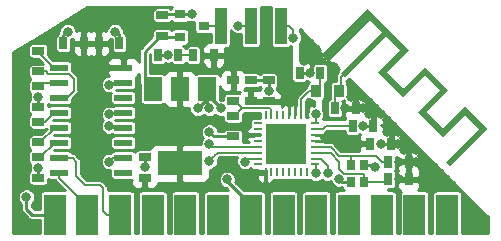
<source format=gbr>
G04 #@! TF.GenerationSoftware,KiCad,Pcbnew,(5.0.0-rc2-dev-231-ge0e0687cd)*
G04 #@! TF.CreationDate,2018-07-23T22:11:46+02:00*
G04 #@! TF.ProjectId,WiFi_Plotter,576946695F506C6F747465722E6B6963,rev?*
G04 #@! TF.SameCoordinates,Original*
G04 #@! TF.FileFunction,Copper,L1,Top,Signal*
G04 #@! TF.FilePolarity,Positive*
%FSLAX46Y46*%
G04 Gerber Fmt 4.6, Leading zero omitted, Abs format (unit mm)*
G04 Created by KiCad (PCBNEW (5.0.0-rc2-dev-231-ge0e0687cd)) date Mon Jul 23 22:11:46 2018*
%MOMM*%
%LPD*%
G01*
G04 APERTURE LIST*
%ADD10C,0.100000*%
%ADD11R,0.900000X0.800000*%
%ADD12R,1.000000X3.150000*%
%ADD13R,0.670000X1.000000*%
%ADD14C,0.500000*%
%ADD15R,3.450000X3.450000*%
%ADD16R,0.700000X0.250000*%
%ADD17R,0.250000X0.700000*%
%ADD18R,0.845000X1.000000*%
%ADD19R,1.000000X0.670000*%
%ADD20R,0.800000X0.900000*%
%ADD21R,3.800000X2.000000*%
%ADD22R,1.500000X2.000000*%
%ADD23R,1.846667X3.480000*%
%ADD24R,1.500000X0.600000*%
%ADD25C,0.800000*%
%ADD26C,0.254000*%
%ADD27C,0.152400*%
G04 APERTURE END LIST*
D10*
G36*
X101507250Y-125957574D02*
X102921463Y-127371787D01*
X104788225Y-125505025D01*
X106697413Y-127414214D01*
X104830652Y-129280975D01*
X106244865Y-130695189D01*
X108111627Y-128828427D01*
X110020815Y-130737615D01*
X106881261Y-133877170D01*
X106527708Y-133523616D01*
X109313708Y-130737615D01*
X108111627Y-129535534D01*
X106244865Y-131402296D01*
X104123545Y-129280975D01*
X105990307Y-127414214D01*
X104788225Y-126212132D01*
X102921463Y-128078894D01*
X100800143Y-125957574D01*
X102666905Y-124090812D01*
X101464823Y-122888730D01*
X98000000Y-126353553D01*
X97646447Y-126000000D01*
X101111270Y-122535177D01*
X100121320Y-121545227D01*
X96656497Y-125010051D01*
X96020101Y-124373654D01*
X96192080Y-124201675D01*
X96405921Y-124415517D01*
X96379214Y-124456141D01*
X96366250Y-124503142D01*
X96369898Y-124553153D01*
X96372414Y-124561827D01*
X96394020Y-124600556D01*
X96428853Y-124634339D01*
X96470159Y-124657401D01*
X96490823Y-124663056D01*
X96539527Y-124661931D01*
X96586015Y-124644518D01*
X96625653Y-124614116D01*
X96653809Y-124574024D01*
X96664651Y-124539291D01*
X96662819Y-124491257D01*
X96644990Y-124445009D01*
X96614576Y-124405298D01*
X96574995Y-124376875D01*
X96539783Y-124365571D01*
X96489076Y-124366865D01*
X96443499Y-124384636D01*
X96405921Y-124415517D01*
X96192080Y-124201675D01*
X99838478Y-120555278D01*
X103374012Y-124090812D01*
X101507250Y-125957574D01*
X101507250Y-125957574D01*
G37*
D11*
X86000000Y-122000000D03*
X84000000Y-122950000D03*
X84000000Y-121050000D03*
D12*
X92540000Y-122000000D03*
X90000000Y-122000000D03*
X87460000Y-122000000D03*
D13*
X86875000Y-124500000D03*
X85125000Y-124500000D03*
X83875000Y-124500000D03*
X82125000Y-124500000D03*
D14*
X96515076Y-124515076D03*
D10*
G36*
X96020101Y-124373655D02*
X96373655Y-124020101D01*
X97010051Y-124656497D01*
X96656497Y-125010051D01*
X96020101Y-124373655D01*
X96020101Y-124373655D01*
G37*
D14*
X98000000Y-126000000D03*
D10*
G36*
X97646447Y-126000000D02*
X98000000Y-125646447D01*
X98353553Y-126000000D01*
X98000000Y-126353553D01*
X97646447Y-126000000D01*
X97646447Y-126000000D01*
G37*
D13*
X101625000Y-135000000D03*
X103375000Y-135000000D03*
D15*
X93000000Y-132000000D03*
D16*
X95400000Y-130250000D03*
X95400000Y-130750000D03*
X95400000Y-131250000D03*
X95400000Y-131750000D03*
X95400000Y-132250000D03*
X95400000Y-132750000D03*
X95400000Y-133250000D03*
X95400000Y-133750000D03*
D17*
X94750000Y-134400000D03*
X94250000Y-134400000D03*
X93750000Y-134400000D03*
X93250000Y-134400000D03*
X92750000Y-134400000D03*
X92250000Y-134400000D03*
X91750000Y-134400000D03*
X91250000Y-134400000D03*
D16*
X90600000Y-133750000D03*
X90600000Y-133250000D03*
X90600000Y-132750000D03*
X90600000Y-132250000D03*
X90600000Y-131750000D03*
X90600000Y-131250000D03*
X90600000Y-130750000D03*
X90600000Y-130250000D03*
D17*
X91250000Y-129600000D03*
X91750000Y-129600000D03*
X92250000Y-129600000D03*
X92750000Y-129600000D03*
X93250000Y-129600000D03*
X93750000Y-129600000D03*
X94250000Y-129600000D03*
X94750000Y-129600000D03*
D18*
X97462500Y-127500000D03*
X95537500Y-127500000D03*
D19*
X88500000Y-131375000D03*
X88500000Y-129625000D03*
D20*
X99550000Y-135200000D03*
X99550000Y-133800000D03*
X98450000Y-133800000D03*
X98450000Y-135200000D03*
D19*
X88500000Y-128375000D03*
X88500000Y-126625000D03*
D21*
X84000000Y-133650000D03*
D22*
X84000000Y-127350000D03*
X81700000Y-127350000D03*
X86300000Y-127350000D03*
D19*
X82500000Y-121124999D03*
X82500000Y-122874999D03*
X72000000Y-133125000D03*
X72000000Y-134875000D03*
X72000000Y-128875000D03*
X72000000Y-127125000D03*
X72000000Y-125875000D03*
X72000000Y-124125000D03*
D13*
X77125000Y-123500000D03*
X78875000Y-123500000D03*
X74125000Y-123500000D03*
X75875000Y-123500000D03*
X103375000Y-133500000D03*
X101625000Y-133500000D03*
X95875000Y-126000000D03*
X94125000Y-126000000D03*
X98875000Y-129000000D03*
X97125000Y-129000000D03*
X100125000Y-132000000D03*
X101875000Y-132000000D03*
D19*
X72000000Y-131875000D03*
X72000000Y-130125000D03*
X91500000Y-128375000D03*
X91500000Y-126625000D03*
X90000000Y-126625000D03*
X90000000Y-128375000D03*
X81000000Y-134875000D03*
X81000000Y-133125000D03*
D23*
X73380000Y-138000000D03*
X76150000Y-138000000D03*
X78920000Y-138000000D03*
X81690000Y-138000000D03*
X84460000Y-138000000D03*
X87230000Y-138000000D03*
X90000000Y-138000000D03*
X92770000Y-138000000D03*
X95540000Y-138000000D03*
X98310000Y-138000000D03*
X101080000Y-138000000D03*
X103850000Y-138000000D03*
X106620000Y-138000000D03*
D24*
X73800000Y-125555000D03*
X73800000Y-126825000D03*
X73800000Y-128095000D03*
X73800000Y-129365000D03*
X73800000Y-130635000D03*
X73800000Y-131905000D03*
X73800000Y-133175000D03*
X73800000Y-134445000D03*
X79200000Y-134445000D03*
X79200000Y-133175000D03*
X79200000Y-131905000D03*
X79200000Y-130635000D03*
X79200000Y-129365000D03*
X79200000Y-128095000D03*
X79200000Y-126825000D03*
X79200000Y-125555000D03*
D13*
X98625000Y-130500000D03*
X100375000Y-130500000D03*
D25*
X94991181Y-128538346D03*
X96254000Y-131500000D03*
X93500000Y-128500000D03*
X82987598Y-124500000D03*
X87500000Y-129000000D03*
X86500000Y-129000000D03*
X85500000Y-129000000D03*
X85000000Y-121000000D03*
X91500000Y-127487598D03*
X86500000Y-131000000D03*
X81000000Y-133987598D03*
X101500000Y-131000000D03*
X98500000Y-128000000D03*
X103000000Y-132500000D03*
X102500000Y-132000000D03*
X95000000Y-124500000D03*
X94500000Y-125000000D03*
X94500000Y-124000000D03*
X95000000Y-123500000D03*
X95500000Y-124000000D03*
X97000000Y-125500000D03*
X98500000Y-127000000D03*
X99000000Y-127500000D03*
X99500000Y-128000000D03*
X104000000Y-133500000D03*
X104500000Y-134000000D03*
X105000000Y-133500000D03*
X104500000Y-133000000D03*
X104000000Y-132500000D03*
X103500000Y-132000000D03*
X103000000Y-131500000D03*
X102500000Y-131000000D03*
X102000000Y-130500000D03*
X101500000Y-130000000D03*
X101000000Y-129500000D03*
X100000000Y-128500000D03*
X100000000Y-129500000D03*
X100500000Y-129000000D03*
X99500000Y-129000000D03*
X105500000Y-134000000D03*
X106000000Y-134500000D03*
X107000000Y-135500000D03*
X106500000Y-135000000D03*
X105000000Y-135500000D03*
X106000000Y-135500000D03*
X105000000Y-134500000D03*
X105500000Y-135000000D03*
X104500000Y-135000000D03*
X88000000Y-135000000D03*
X92000000Y-133000000D03*
X93000000Y-133000000D03*
X94000000Y-133000000D03*
X94000000Y-132000000D03*
X94000000Y-131000000D03*
X93000000Y-131000000D03*
X92000000Y-131000000D03*
X92000000Y-132000000D03*
X93000000Y-132000000D03*
X97500000Y-135000000D03*
X100500000Y-134000000D03*
X101012402Y-132000000D03*
X99512402Y-130500000D03*
X98012402Y-129000000D03*
X94987598Y-126000000D03*
X102512402Y-135000000D03*
X102512402Y-133500000D03*
X71000000Y-136500000D03*
X78000000Y-127000000D03*
X78500000Y-122500000D03*
X74500000Y-122500024D03*
X72000000Y-128012402D03*
X72000000Y-134012402D03*
X78000000Y-133500000D03*
X86500000Y-133452413D03*
X88947598Y-122000000D03*
X89500000Y-133500000D03*
X95500000Y-134500000D03*
X96500000Y-134500000D03*
X78000000Y-129500000D03*
X86500000Y-132000028D03*
X78000000Y-130500000D03*
X93592440Y-123000000D03*
X95500000Y-129500000D03*
D26*
X95400000Y-131250000D02*
X96004000Y-131250000D01*
X96004000Y-131250000D02*
X96254000Y-131500000D01*
X95400000Y-131750000D02*
X96004000Y-131750000D01*
X96004000Y-131750000D02*
X96254000Y-131500000D01*
X93500000Y-128500000D02*
X93750000Y-128750000D01*
X93750000Y-128750000D02*
X93750000Y-129600000D01*
X93250000Y-128750000D02*
X93500000Y-128500000D01*
X93250000Y-129600000D02*
X93250000Y-128750000D01*
X82125000Y-124500000D02*
X82987598Y-124500000D01*
X86300000Y-127800000D02*
X87500000Y-129000000D01*
X86300000Y-127350000D02*
X86300000Y-127800000D01*
X86300000Y-128800000D02*
X86500000Y-129000000D01*
X86300000Y-127350000D02*
X86300000Y-128800000D01*
X86300000Y-128200000D02*
X85500000Y-129000000D01*
X86300000Y-127350000D02*
X86300000Y-128200000D01*
X84950000Y-121050000D02*
X85000000Y-121000000D01*
X84000000Y-121050000D02*
X84950000Y-121050000D01*
X84000000Y-121050000D02*
X82574999Y-121050000D01*
X82574999Y-121050000D02*
X82500000Y-121124999D01*
X91500000Y-126625000D02*
X91500000Y-127487598D01*
X90000000Y-126625000D02*
X91500000Y-126625000D01*
X86875000Y-131375000D02*
X86500000Y-131000000D01*
X88000000Y-131375000D02*
X86875000Y-131375000D01*
X81000000Y-133125000D02*
X81000000Y-133987598D01*
X96515076Y-124515076D02*
X96015076Y-124515076D01*
X96015076Y-124515076D02*
X95500000Y-124000000D01*
X96515076Y-125015076D02*
X97000000Y-125500000D01*
X96515076Y-124515076D02*
X96515076Y-125015076D01*
X96515076Y-124515076D02*
X96030152Y-125000000D01*
X90000000Y-138000000D02*
X90000000Y-137183334D01*
X90000000Y-137183334D02*
X88000000Y-135183334D01*
X88000000Y-135183334D02*
X88000000Y-135000000D01*
X97700000Y-135200000D02*
X97500000Y-135000000D01*
X98450000Y-135200000D02*
X97700000Y-135200000D01*
X100300000Y-133800000D02*
X100500000Y-134000000D01*
X99550000Y-133800000D02*
X100300000Y-133800000D01*
X101875000Y-132000000D02*
X101012402Y-132000000D01*
X100375000Y-130500000D02*
X99512402Y-130500000D01*
X98875000Y-129000000D02*
X98012402Y-129000000D01*
X94125000Y-126000000D02*
X94987598Y-126000000D01*
X103375000Y-135000000D02*
X102512402Y-135000000D01*
X103375000Y-133500000D02*
X102512402Y-133500000D01*
X71500000Y-138000000D02*
X71000000Y-137500000D01*
X73380000Y-138000000D02*
X71500000Y-138000000D01*
X71000000Y-137500000D02*
X71000000Y-136500000D01*
X78175000Y-126825000D02*
X78000000Y-127000000D01*
X79200000Y-126825000D02*
X78175000Y-126825000D01*
X78875000Y-122746000D02*
X78629000Y-122500000D01*
X78629000Y-122500000D02*
X78500000Y-122500000D01*
X78875000Y-123500000D02*
X78875000Y-122746000D01*
X74125000Y-122746000D02*
X74370976Y-122500024D01*
X74370976Y-122500024D02*
X74500000Y-122500024D01*
X74125000Y-123500000D02*
X74125000Y-122746000D01*
X72000000Y-128875000D02*
X72000000Y-128012402D01*
X72000000Y-128000000D02*
X72000000Y-128012402D01*
X72000000Y-134875000D02*
X72000000Y-134012402D01*
D27*
X79200000Y-133175000D02*
X78297600Y-133175000D01*
X78000000Y-133472600D02*
X78000000Y-133500000D01*
X78297600Y-133175000D02*
X78000000Y-133472600D01*
X86899999Y-133052414D02*
X86500000Y-133452413D01*
X87202413Y-132750000D02*
X86899999Y-133052414D01*
X90600000Y-132750000D02*
X87202413Y-132750000D01*
X88947598Y-122000000D02*
X90000000Y-122000000D01*
X89750000Y-133250000D02*
X89500000Y-133500000D01*
X90600000Y-133250000D02*
X89750000Y-133250000D01*
X95500000Y-134500000D02*
X95500000Y-133850000D01*
X95500000Y-133850000D02*
X95400000Y-133750000D01*
X95400000Y-133250000D02*
X95902400Y-133250000D01*
X96500000Y-133847600D02*
X96500000Y-133934315D01*
X96500000Y-133934315D02*
X96500000Y-134500000D01*
X95902400Y-133250000D02*
X96500000Y-133847600D01*
X96750000Y-132250000D02*
X97500000Y-133000000D01*
X95400000Y-132250000D02*
X96750000Y-132250000D01*
X97500000Y-133000000D02*
X98500000Y-133000000D01*
X98500000Y-133000000D02*
X100637600Y-133000000D01*
X98450000Y-133800000D02*
X98450000Y-133050000D01*
X98450000Y-133050000D02*
X98500000Y-133000000D01*
X101137600Y-133500000D02*
X101625000Y-133500000D01*
X100637600Y-133000000D02*
X101137600Y-133500000D01*
X77236666Y-135500000D02*
X77500000Y-135763334D01*
X76000000Y-135500000D02*
X77236666Y-135500000D01*
X75236666Y-134736666D02*
X76000000Y-135500000D01*
X75236666Y-133500000D02*
X75236666Y-134736666D01*
X74911666Y-133175000D02*
X75236666Y-133500000D01*
X73800000Y-133175000D02*
X74911666Y-133175000D01*
X77500000Y-135763334D02*
X77500000Y-137655733D01*
X77500000Y-137655733D02*
X77844267Y-138000000D01*
X77844267Y-138000000D02*
X78920000Y-138000000D01*
X73800000Y-134445000D02*
X73800000Y-134897400D01*
X73800000Y-134897400D02*
X76150000Y-137247400D01*
X76150000Y-137247400D02*
X76150000Y-138000000D01*
X98625000Y-130500000D02*
X96323670Y-130500000D01*
X96323670Y-130500000D02*
X96073670Y-130750000D01*
X96073670Y-130750000D02*
X95902400Y-130750000D01*
X95902400Y-130750000D02*
X95400000Y-130750000D01*
X78135000Y-129365000D02*
X78000000Y-129500000D01*
X79200000Y-129365000D02*
X78135000Y-129365000D01*
X97462500Y-127500000D02*
X97628601Y-127333899D01*
X97628601Y-127333899D02*
X97628601Y-126371399D01*
X97628601Y-126371399D02*
X97752514Y-126247486D01*
X97752514Y-126247486D02*
X98000000Y-126000000D01*
X97125000Y-129000000D02*
X97125000Y-127837500D01*
X97125000Y-127837500D02*
X97462500Y-127500000D01*
D26*
X81000000Y-126650000D02*
X81000000Y-124209999D01*
X81000000Y-124209999D02*
X82335000Y-122874999D01*
X82335000Y-122874999D02*
X82500000Y-122874999D01*
X81700000Y-127350000D02*
X81000000Y-126650000D01*
X84000000Y-122950000D02*
X82575001Y-122950000D01*
X82575001Y-122950000D02*
X82500000Y-122874999D01*
D27*
X90600000Y-132250000D02*
X86749972Y-132250000D01*
X86749972Y-132250000D02*
X86500000Y-132000028D01*
X78135000Y-130635000D02*
X78000000Y-130500000D01*
X79200000Y-130635000D02*
X78135000Y-130635000D01*
X93192400Y-122000000D02*
X93592440Y-122400040D01*
X93592440Y-122400040D02*
X93592440Y-122434315D01*
X93592440Y-122434315D02*
X93592440Y-123000000D01*
X92540000Y-122000000D02*
X93192400Y-122000000D01*
X95500000Y-129500000D02*
X95500000Y-130150000D01*
X95500000Y-130150000D02*
X95400000Y-130250000D01*
X73800000Y-125555000D02*
X73350000Y-125555000D01*
X73350000Y-125555000D02*
X72000000Y-124205000D01*
X72000000Y-124205000D02*
X72000000Y-124125000D01*
X73800000Y-126825000D02*
X72300000Y-126825000D01*
X72300000Y-126825000D02*
X72000000Y-127125000D01*
X75000000Y-127500000D02*
X74405000Y-128095000D01*
X75000000Y-126500000D02*
X75000000Y-127500000D01*
X72000000Y-125875000D02*
X72652400Y-125875000D01*
X72861001Y-126083601D02*
X74583601Y-126083601D01*
X74583601Y-126083601D02*
X75000000Y-126500000D01*
X72652400Y-125875000D02*
X72861001Y-126083601D01*
X74405000Y-128095000D02*
X73800000Y-128095000D01*
X72000000Y-130125000D02*
X72590000Y-130125000D01*
X72590000Y-130125000D02*
X73350000Y-129365000D01*
X73350000Y-129365000D02*
X73800000Y-129365000D01*
X72000000Y-131875000D02*
X72165000Y-131875000D01*
X72165000Y-131875000D02*
X73405000Y-130635000D01*
X73405000Y-130635000D02*
X73800000Y-130635000D01*
X72000000Y-133125000D02*
X72165000Y-133125000D01*
X72165000Y-133125000D02*
X73385000Y-131905000D01*
X73385000Y-131905000D02*
X73800000Y-131905000D01*
X95875000Y-126000000D02*
X95875000Y-127162500D01*
X95875000Y-127162500D02*
X95537500Y-127500000D01*
X94250000Y-129600000D02*
X94250000Y-128212600D01*
X94962600Y-127500000D02*
X95537500Y-127500000D01*
X94250000Y-128212600D02*
X94962600Y-127500000D01*
X97909917Y-134521399D02*
X99473799Y-134521399D01*
X97500000Y-134111482D02*
X97909917Y-134521399D01*
X99473799Y-134521399D02*
X99550000Y-134597600D01*
X96750000Y-132750000D02*
X97500000Y-133500000D01*
X97500000Y-133500000D02*
X97500000Y-134111482D01*
X95400000Y-132750000D02*
X96750000Y-132750000D01*
X99550000Y-134597600D02*
X99550000Y-135200000D01*
X99550000Y-135200000D02*
X101425000Y-135200000D01*
X101425000Y-135200000D02*
X101625000Y-135000000D01*
X91652400Y-129000000D02*
X89500000Y-129000000D01*
X89500000Y-129000000D02*
X89290000Y-129000000D01*
X89290000Y-129000000D02*
X88665000Y-129625000D01*
X88665000Y-129625000D02*
X88500000Y-129625000D01*
X89290000Y-129000000D02*
X88665000Y-128375000D01*
X88665000Y-128375000D02*
X88500000Y-128375000D01*
X91750000Y-129600000D02*
X91750000Y-129097600D01*
X91750000Y-129097600D02*
X91652400Y-129000000D01*
X85125000Y-124500000D02*
X83875000Y-124500000D01*
X87460000Y-122000000D02*
X86000000Y-122000000D01*
D26*
G36*
X83314246Y-120414246D02*
X83241973Y-120522411D01*
X83235654Y-120554178D01*
X83127589Y-120481972D01*
X83000000Y-120456593D01*
X82000000Y-120456593D01*
X81872411Y-120481972D01*
X81764246Y-120554245D01*
X81691973Y-120662410D01*
X81666594Y-120789999D01*
X81666594Y-121459999D01*
X81691973Y-121587588D01*
X81764246Y-121695753D01*
X81872411Y-121768026D01*
X82000000Y-121793405D01*
X83000000Y-121793405D01*
X83127589Y-121768026D01*
X83235754Y-121695753D01*
X83278341Y-121632017D01*
X83314246Y-121685754D01*
X83422411Y-121758027D01*
X83550000Y-121783406D01*
X84450000Y-121783406D01*
X84577589Y-121758027D01*
X84685754Y-121685754D01*
X84700941Y-121663025D01*
X84855391Y-121727000D01*
X85144609Y-121727000D01*
X85216594Y-121697183D01*
X85216594Y-122400000D01*
X85241973Y-122527589D01*
X85314246Y-122635754D01*
X85422411Y-122708027D01*
X85550000Y-122733406D01*
X86450000Y-122733406D01*
X86577589Y-122708027D01*
X86626594Y-122675283D01*
X86626594Y-123402344D01*
X86589250Y-123365000D01*
X86413691Y-123365000D01*
X86180302Y-123461673D01*
X86001673Y-123640301D01*
X85905000Y-123873690D01*
X85905000Y-124214250D01*
X86063750Y-124373000D01*
X86748000Y-124373000D01*
X86748000Y-124353000D01*
X87002000Y-124353000D01*
X87002000Y-124373000D01*
X87686250Y-124373000D01*
X87845000Y-124214250D01*
X87845000Y-123908406D01*
X87960000Y-123908406D01*
X88087589Y-123883027D01*
X88195754Y-123810754D01*
X88268027Y-123702589D01*
X88293406Y-123575000D01*
X88293406Y-122320384D01*
X88331277Y-122411813D01*
X88535785Y-122616321D01*
X88802989Y-122727000D01*
X89092207Y-122727000D01*
X89166594Y-122696188D01*
X89166594Y-123575000D01*
X89191973Y-123702589D01*
X89264246Y-123810754D01*
X89372411Y-123883027D01*
X89500000Y-123908406D01*
X90500000Y-123908406D01*
X90627589Y-123883027D01*
X90735754Y-123810754D01*
X90808027Y-123702589D01*
X90833406Y-123575000D01*
X90833406Y-120425000D01*
X90828831Y-120402000D01*
X91711169Y-120402000D01*
X91706594Y-120425000D01*
X91706594Y-123575000D01*
X91731973Y-123702589D01*
X91804246Y-123810754D01*
X91912411Y-123883027D01*
X92040000Y-123908406D01*
X93040000Y-123908406D01*
X93167589Y-123883027D01*
X93275754Y-123810754D01*
X93348027Y-123702589D01*
X93351138Y-123686949D01*
X93373000Y-123696004D01*
X93373000Y-126500000D01*
X93382667Y-126548601D01*
X93410197Y-126589803D01*
X93451399Y-126617333D01*
X93481108Y-126623242D01*
X93481973Y-126627589D01*
X93554246Y-126735754D01*
X93662411Y-126808027D01*
X93790000Y-126833406D01*
X94460000Y-126833406D01*
X94587589Y-126808027D01*
X94695754Y-126735754D01*
X94732251Y-126681131D01*
X94842989Y-126727000D01*
X94934989Y-126727000D01*
X94879246Y-126764246D01*
X94806973Y-126872411D01*
X94781594Y-127000000D01*
X94781594Y-127136020D01*
X94671909Y-127209309D01*
X94649414Y-127242975D01*
X93992975Y-127899414D01*
X93959310Y-127921909D01*
X93936815Y-127955575D01*
X93870194Y-128055280D01*
X93838901Y-128212600D01*
X93846801Y-128252316D01*
X93846801Y-128739449D01*
X93812500Y-128773750D01*
X93812500Y-128789474D01*
X93734699Y-128711673D01*
X93548153Y-128634403D01*
X93528750Y-128615000D01*
X93471250Y-128615000D01*
X93451847Y-128634403D01*
X93265301Y-128711673D01*
X93187500Y-128789474D01*
X93187500Y-128773750D01*
X93028750Y-128615000D01*
X92998690Y-128615000D01*
X92765301Y-128711673D01*
X92630994Y-128845981D01*
X92635000Y-128836309D01*
X92635000Y-128660750D01*
X92476250Y-128502000D01*
X91627000Y-128502000D01*
X91627000Y-128522000D01*
X91373000Y-128522000D01*
X91373000Y-128502000D01*
X90127000Y-128502000D01*
X90127000Y-128522000D01*
X89873000Y-128522000D01*
X89873000Y-128502000D01*
X89853000Y-128502000D01*
X89853000Y-128248000D01*
X89873000Y-128248000D01*
X89873000Y-127563750D01*
X89714250Y-127405000D01*
X89453025Y-127405000D01*
X89538327Y-127319698D01*
X89549218Y-127293406D01*
X90500000Y-127293406D01*
X90627589Y-127268027D01*
X90735754Y-127195754D01*
X90750000Y-127174433D01*
X90764246Y-127195754D01*
X90818869Y-127232251D01*
X90773000Y-127342989D01*
X90773000Y-127446707D01*
X90750000Y-127456234D01*
X90626310Y-127405000D01*
X90285750Y-127405000D01*
X90127000Y-127563750D01*
X90127000Y-128248000D01*
X91373000Y-128248000D01*
X91373000Y-128228000D01*
X91627000Y-128228000D01*
X91627000Y-128248000D01*
X92476250Y-128248000D01*
X92635000Y-128089250D01*
X92635000Y-127913691D01*
X92538327Y-127680302D01*
X92359699Y-127501673D01*
X92227000Y-127446707D01*
X92227000Y-127342989D01*
X92181131Y-127232251D01*
X92235754Y-127195754D01*
X92308027Y-127087589D01*
X92333406Y-126960000D01*
X92333406Y-126290000D01*
X92308027Y-126162411D01*
X92235754Y-126054246D01*
X92127589Y-125981973D01*
X92000000Y-125956594D01*
X91000000Y-125956594D01*
X90872411Y-125981973D01*
X90764246Y-126054246D01*
X90750000Y-126075567D01*
X90735754Y-126054246D01*
X90627589Y-125981973D01*
X90500000Y-125956594D01*
X89549218Y-125956594D01*
X89538327Y-125930302D01*
X89359699Y-125751673D01*
X89126310Y-125655000D01*
X88785750Y-125655000D01*
X88627000Y-125813750D01*
X88627000Y-126498000D01*
X88647000Y-126498000D01*
X88647000Y-126752000D01*
X88627000Y-126752000D01*
X88627000Y-127436250D01*
X88785750Y-127595000D01*
X89046975Y-127595000D01*
X88961673Y-127680302D01*
X88950782Y-127706594D01*
X88000000Y-127706594D01*
X87872411Y-127731973D01*
X87764246Y-127804246D01*
X87691973Y-127912411D01*
X87666594Y-128040000D01*
X87666594Y-128282106D01*
X87644609Y-128273000D01*
X87415053Y-128273000D01*
X87383406Y-128241353D01*
X87383406Y-127130745D01*
X87461673Y-127319698D01*
X87640301Y-127498327D01*
X87873690Y-127595000D01*
X88214250Y-127595000D01*
X88373000Y-127436250D01*
X88373000Y-126752000D01*
X88353000Y-126752000D01*
X88353000Y-126498000D01*
X88373000Y-126498000D01*
X88373000Y-125813750D01*
X88214250Y-125655000D01*
X87873690Y-125655000D01*
X87640301Y-125751673D01*
X87461673Y-125930302D01*
X87365000Y-126163691D01*
X87365000Y-126257467D01*
X87358027Y-126222411D01*
X87285754Y-126114246D01*
X87177589Y-126041973D01*
X87050000Y-126016594D01*
X85550000Y-126016594D01*
X85422411Y-126041973D01*
X85334156Y-126100943D01*
X85288327Y-125990302D01*
X85109699Y-125811673D01*
X84876310Y-125715000D01*
X84285750Y-125715000D01*
X84127000Y-125873750D01*
X84127000Y-127223000D01*
X84147000Y-127223000D01*
X84147000Y-127477000D01*
X84127000Y-127477000D01*
X84127000Y-128826250D01*
X84285750Y-128985000D01*
X84773000Y-128985000D01*
X84773000Y-129144609D01*
X84883679Y-129411813D01*
X85088187Y-129616321D01*
X85355391Y-129727000D01*
X85644609Y-129727000D01*
X85911813Y-129616321D01*
X86000000Y-129528134D01*
X86088187Y-129616321D01*
X86355391Y-129727000D01*
X86644609Y-129727000D01*
X86911813Y-129616321D01*
X87000000Y-129528134D01*
X87088187Y-129616321D01*
X87355391Y-129727000D01*
X87644609Y-129727000D01*
X87666594Y-129717894D01*
X87666594Y-129960000D01*
X87691973Y-130087589D01*
X87764246Y-130195754D01*
X87872411Y-130268027D01*
X88000000Y-130293406D01*
X89000000Y-130293406D01*
X89127589Y-130268027D01*
X89235754Y-130195754D01*
X89308027Y-130087589D01*
X89333406Y-129960000D01*
X89333406Y-129526805D01*
X89457011Y-129403200D01*
X90791594Y-129403200D01*
X90791594Y-129791594D01*
X90250000Y-129791594D01*
X90122411Y-129816973D01*
X90014246Y-129889246D01*
X89941973Y-129997411D01*
X89916594Y-130125000D01*
X89916594Y-130375000D01*
X89941458Y-130500000D01*
X89927263Y-130571363D01*
X89890302Y-130586673D01*
X89711673Y-130765301D01*
X89615000Y-130998690D01*
X89615000Y-131028750D01*
X89773750Y-131187500D01*
X90144898Y-131187500D01*
X90250000Y-131208406D01*
X90747000Y-131208406D01*
X90747000Y-131291594D01*
X90250000Y-131291594D01*
X90144898Y-131312500D01*
X89773750Y-131312500D01*
X89615000Y-131471250D01*
X89615000Y-131501310D01*
X89711673Y-131734699D01*
X89823775Y-131846800D01*
X89301872Y-131846800D01*
X89308027Y-131837589D01*
X89333406Y-131710000D01*
X89333406Y-131040000D01*
X89308027Y-130912411D01*
X89235754Y-130804246D01*
X89127589Y-130731973D01*
X89000000Y-130706594D01*
X88000000Y-130706594D01*
X87872411Y-130731973D01*
X87764246Y-130804246D01*
X87691973Y-130912411D01*
X87690265Y-130921000D01*
X87227000Y-130921000D01*
X87227000Y-130855391D01*
X87116321Y-130588187D01*
X86911813Y-130383679D01*
X86644609Y-130273000D01*
X86355391Y-130273000D01*
X86088187Y-130383679D01*
X85883679Y-130588187D01*
X85773000Y-130855391D01*
X85773000Y-131144609D01*
X85883679Y-131411813D01*
X85971880Y-131500014D01*
X85883679Y-131588215D01*
X85773000Y-131855419D01*
X85773000Y-132015000D01*
X84285750Y-132015000D01*
X84127000Y-132173750D01*
X84127000Y-133523000D01*
X84147000Y-133523000D01*
X84147000Y-133777000D01*
X84127000Y-133777000D01*
X84127000Y-135126250D01*
X84285750Y-135285000D01*
X86026310Y-135285000D01*
X86259699Y-135188327D01*
X86438327Y-135009698D01*
X86535000Y-134776309D01*
X86535000Y-134179413D01*
X86644609Y-134179413D01*
X86911813Y-134068734D01*
X87116321Y-133864226D01*
X87227000Y-133597022D01*
X87227000Y-133307804D01*
X87223432Y-133299191D01*
X87369424Y-133153200D01*
X88856750Y-133153200D01*
X88773000Y-133355391D01*
X88773000Y-133644609D01*
X88883679Y-133911813D01*
X89088187Y-134116321D01*
X89355391Y-134227000D01*
X89644609Y-134227000D01*
X89911813Y-134116321D01*
X89975447Y-134052687D01*
X90014246Y-134110754D01*
X90122411Y-134183027D01*
X90250000Y-134208406D01*
X90584156Y-134208406D01*
X90648750Y-134273000D01*
X91187500Y-134273000D01*
X91187500Y-134253000D01*
X91291594Y-134253000D01*
X91291594Y-134750000D01*
X91312500Y-134855102D01*
X91312500Y-135226250D01*
X91471250Y-135385000D01*
X91501310Y-135385000D01*
X91734699Y-135288327D01*
X91913327Y-135109698D01*
X91928637Y-135072737D01*
X92000000Y-135058542D01*
X92125000Y-135083406D01*
X92375000Y-135083406D01*
X92500000Y-135058542D01*
X92625000Y-135083406D01*
X92875000Y-135083406D01*
X93000000Y-135058542D01*
X93125000Y-135083406D01*
X93375000Y-135083406D01*
X93500000Y-135058542D01*
X93625000Y-135083406D01*
X93875000Y-135083406D01*
X94000000Y-135058542D01*
X94125000Y-135083406D01*
X94375000Y-135083406D01*
X94500000Y-135058542D01*
X94625000Y-135083406D01*
X94875000Y-135083406D01*
X95002589Y-135058027D01*
X95018957Y-135047091D01*
X95088187Y-135116321D01*
X95355391Y-135227000D01*
X95644609Y-135227000D01*
X95911813Y-135116321D01*
X96000000Y-135028134D01*
X96088187Y-135116321D01*
X96355391Y-135227000D01*
X96644609Y-135227000D01*
X96783327Y-135169541D01*
X96883679Y-135411813D01*
X97088187Y-135616321D01*
X97355391Y-135727000D01*
X97644609Y-135727000D01*
X97725265Y-135693591D01*
X97741973Y-135777589D01*
X97814246Y-135885754D01*
X97875368Y-135926594D01*
X97386667Y-135926594D01*
X97259078Y-135951973D01*
X97150913Y-136024246D01*
X97078640Y-136132411D01*
X97053261Y-136260000D01*
X97053261Y-139573000D01*
X96796739Y-139573000D01*
X96796739Y-136260000D01*
X96771360Y-136132411D01*
X96699087Y-136024246D01*
X96590922Y-135951973D01*
X96463333Y-135926594D01*
X94616667Y-135926594D01*
X94489078Y-135951973D01*
X94380913Y-136024246D01*
X94308640Y-136132411D01*
X94283261Y-136260000D01*
X94283261Y-139573000D01*
X94026739Y-139573000D01*
X94026739Y-136260000D01*
X94001360Y-136132411D01*
X93929087Y-136024246D01*
X93820922Y-135951973D01*
X93693333Y-135926594D01*
X91846667Y-135926594D01*
X91719078Y-135951973D01*
X91610913Y-136024246D01*
X91538640Y-136132411D01*
X91513261Y-136260000D01*
X91513261Y-139573000D01*
X91256739Y-139573000D01*
X91256739Y-136260000D01*
X91231360Y-136132411D01*
X91159087Y-136024246D01*
X91050922Y-135951973D01*
X90923333Y-135926594D01*
X89385313Y-135926594D01*
X88690777Y-135232059D01*
X88727000Y-135144609D01*
X88727000Y-134855391D01*
X88656733Y-134685750D01*
X90490000Y-134685750D01*
X90490000Y-134876309D01*
X90586673Y-135109698D01*
X90765301Y-135288327D01*
X90998690Y-135385000D01*
X91028750Y-135385000D01*
X91187500Y-135226250D01*
X91187500Y-134527000D01*
X90648750Y-134527000D01*
X90490000Y-134685750D01*
X88656733Y-134685750D01*
X88616321Y-134588187D01*
X88411813Y-134383679D01*
X88144609Y-134273000D01*
X87855391Y-134273000D01*
X87588187Y-134383679D01*
X87383679Y-134588187D01*
X87273000Y-134855391D01*
X87273000Y-135144609D01*
X87383679Y-135411813D01*
X87588187Y-135616321D01*
X87855391Y-135727000D01*
X87901614Y-135727000D01*
X88101208Y-135926594D01*
X86306667Y-135926594D01*
X86179078Y-135951973D01*
X86070913Y-136024246D01*
X85998640Y-136132411D01*
X85973261Y-136260000D01*
X85973261Y-139573000D01*
X85716739Y-139573000D01*
X85716739Y-136260000D01*
X85691360Y-136132411D01*
X85619087Y-136024246D01*
X85510922Y-135951973D01*
X85383333Y-135926594D01*
X83536667Y-135926594D01*
X83409078Y-135951973D01*
X83300913Y-136024246D01*
X83228640Y-136132411D01*
X83203261Y-136260000D01*
X83203261Y-139573000D01*
X82946739Y-139573000D01*
X82946739Y-136260000D01*
X82921360Y-136132411D01*
X82849087Y-136024246D01*
X82740922Y-135951973D01*
X82613333Y-135926594D01*
X80766667Y-135926594D01*
X80639078Y-135951973D01*
X80530913Y-136024246D01*
X80458640Y-136132411D01*
X80433261Y-136260000D01*
X80433261Y-139573000D01*
X80176739Y-139573000D01*
X80176739Y-136260000D01*
X80151360Y-136132411D01*
X80079087Y-136024246D01*
X79970922Y-135951973D01*
X79843333Y-135926594D01*
X77996667Y-135926594D01*
X77903200Y-135945186D01*
X77903200Y-135803045D01*
X77911099Y-135763334D01*
X77879806Y-135606013D01*
X77837973Y-135543406D01*
X77790691Y-135472643D01*
X77757025Y-135450148D01*
X77549853Y-135242977D01*
X77527357Y-135209309D01*
X77393987Y-135120194D01*
X77276377Y-135096800D01*
X77236666Y-135088901D01*
X77196955Y-135096800D01*
X76167011Y-135096800D01*
X75639866Y-134569656D01*
X75639866Y-133539705D01*
X75647764Y-133499999D01*
X75639866Y-133460293D01*
X75639866Y-133460289D01*
X75619001Y-133355391D01*
X77273000Y-133355391D01*
X77273000Y-133644609D01*
X77383679Y-133911813D01*
X77588187Y-134116321D01*
X77855391Y-134227000D01*
X78116594Y-134227000D01*
X78116594Y-134745000D01*
X78141973Y-134872589D01*
X78214246Y-134980754D01*
X78322411Y-135053027D01*
X78450000Y-135078406D01*
X79947344Y-135078406D01*
X79865000Y-135160750D01*
X79865000Y-135336309D01*
X79961673Y-135569698D01*
X80140301Y-135748327D01*
X80373690Y-135845000D01*
X80714250Y-135845000D01*
X80873000Y-135686250D01*
X80873000Y-135002000D01*
X80853000Y-135002000D01*
X80853000Y-134748000D01*
X80873000Y-134748000D01*
X80873000Y-134728000D01*
X81127000Y-134728000D01*
X81127000Y-134748000D01*
X81147000Y-134748000D01*
X81147000Y-135002000D01*
X81127000Y-135002000D01*
X81127000Y-135686250D01*
X81285750Y-135845000D01*
X81626310Y-135845000D01*
X81859699Y-135748327D01*
X82038327Y-135569698D01*
X82135000Y-135336309D01*
X82135000Y-135285000D01*
X83714250Y-135285000D01*
X83873000Y-135126250D01*
X83873000Y-133777000D01*
X83853000Y-133777000D01*
X83853000Y-133523000D01*
X83873000Y-133523000D01*
X83873000Y-132173750D01*
X83714250Y-132015000D01*
X81973690Y-132015000D01*
X81740301Y-132111673D01*
X81561673Y-132290302D01*
X81492793Y-132456594D01*
X80500000Y-132456594D01*
X80372411Y-132481973D01*
X80264246Y-132554246D01*
X80196603Y-132655482D01*
X80185754Y-132639246D01*
X80077589Y-132566973D01*
X79950000Y-132541594D01*
X78450000Y-132541594D01*
X78322411Y-132566973D01*
X78214246Y-132639246D01*
X78141973Y-132747411D01*
X78136883Y-132773000D01*
X77855391Y-132773000D01*
X77588187Y-132883679D01*
X77383679Y-133088187D01*
X77273000Y-133355391D01*
X75619001Y-133355391D01*
X75616472Y-133342679D01*
X75527357Y-133209309D01*
X75493691Y-133186814D01*
X75224853Y-132917977D01*
X75202357Y-132884309D01*
X75068987Y-132795194D01*
X74951377Y-132771800D01*
X74911666Y-132763901D01*
X74871955Y-132771800D01*
X74862878Y-132771800D01*
X74858027Y-132747411D01*
X74785754Y-132639246D01*
X74677589Y-132566973D01*
X74550000Y-132541594D01*
X73318617Y-132541594D01*
X73321805Y-132538406D01*
X74550000Y-132538406D01*
X74677589Y-132513027D01*
X74785754Y-132440754D01*
X74858027Y-132332589D01*
X74883406Y-132205000D01*
X74883406Y-131605000D01*
X78116594Y-131605000D01*
X78116594Y-132205000D01*
X78141973Y-132332589D01*
X78214246Y-132440754D01*
X78322411Y-132513027D01*
X78450000Y-132538406D01*
X79950000Y-132538406D01*
X80077589Y-132513027D01*
X80185754Y-132440754D01*
X80258027Y-132332589D01*
X80283406Y-132205000D01*
X80283406Y-131605000D01*
X80258027Y-131477411D01*
X80185754Y-131369246D01*
X80077589Y-131296973D01*
X79950000Y-131271594D01*
X78450000Y-131271594D01*
X78322411Y-131296973D01*
X78214246Y-131369246D01*
X78141973Y-131477411D01*
X78116594Y-131605000D01*
X74883406Y-131605000D01*
X74858027Y-131477411D01*
X74785754Y-131369246D01*
X74677589Y-131296973D01*
X74550000Y-131271594D01*
X73338617Y-131271594D01*
X73341805Y-131268406D01*
X74550000Y-131268406D01*
X74677589Y-131243027D01*
X74785754Y-131170754D01*
X74858027Y-131062589D01*
X74883406Y-130935000D01*
X74883406Y-130335000D01*
X74858027Y-130207411D01*
X74785754Y-130099246D01*
X74677589Y-130026973D01*
X74550000Y-130001594D01*
X73283617Y-130001594D01*
X73286805Y-129998406D01*
X74550000Y-129998406D01*
X74677589Y-129973027D01*
X74785754Y-129900754D01*
X74858027Y-129792589D01*
X74883406Y-129665000D01*
X74883406Y-129355391D01*
X77273000Y-129355391D01*
X77273000Y-129644609D01*
X77383679Y-129911813D01*
X77471866Y-130000000D01*
X77383679Y-130088187D01*
X77273000Y-130355391D01*
X77273000Y-130644609D01*
X77383679Y-130911813D01*
X77588187Y-131116321D01*
X77855391Y-131227000D01*
X78144609Y-131227000D01*
X78239562Y-131187669D01*
X78322411Y-131243027D01*
X78450000Y-131268406D01*
X79950000Y-131268406D01*
X80077589Y-131243027D01*
X80185754Y-131170754D01*
X80258027Y-131062589D01*
X80283406Y-130935000D01*
X80283406Y-130335000D01*
X80258027Y-130207411D01*
X80185754Y-130099246D01*
X80077589Y-130026973D01*
X79950000Y-130001594D01*
X78529728Y-130001594D01*
X78528134Y-130000000D01*
X78529728Y-129998406D01*
X79950000Y-129998406D01*
X80077589Y-129973027D01*
X80185754Y-129900754D01*
X80258027Y-129792589D01*
X80283406Y-129665000D01*
X80283406Y-129065000D01*
X80258027Y-128937411D01*
X80185754Y-128829246D01*
X80077589Y-128756973D01*
X79950000Y-128731594D01*
X78450000Y-128731594D01*
X78322411Y-128756973D01*
X78239562Y-128812331D01*
X78144609Y-128773000D01*
X77855391Y-128773000D01*
X77588187Y-128883679D01*
X77383679Y-129088187D01*
X77273000Y-129355391D01*
X74883406Y-129355391D01*
X74883406Y-129065000D01*
X74858027Y-128937411D01*
X74785754Y-128829246D01*
X74677589Y-128756973D01*
X74550000Y-128731594D01*
X73050000Y-128731594D01*
X72922411Y-128756973D01*
X72833406Y-128816444D01*
X72833406Y-128643556D01*
X72922411Y-128703027D01*
X73050000Y-128728406D01*
X74550000Y-128728406D01*
X74677589Y-128703027D01*
X74785754Y-128630754D01*
X74858027Y-128522589D01*
X74883406Y-128395000D01*
X74883406Y-128186804D01*
X75257026Y-127813185D01*
X75290691Y-127790691D01*
X75379806Y-127657321D01*
X75384097Y-127635750D01*
X75411099Y-127500001D01*
X75403200Y-127460290D01*
X75403200Y-126855391D01*
X77273000Y-126855391D01*
X77273000Y-127144609D01*
X77383679Y-127411813D01*
X77588187Y-127616321D01*
X77855391Y-127727000D01*
X78130120Y-127727000D01*
X78116594Y-127795000D01*
X78116594Y-128395000D01*
X78141973Y-128522589D01*
X78214246Y-128630754D01*
X78322411Y-128703027D01*
X78450000Y-128728406D01*
X79950000Y-128728406D01*
X80077589Y-128703027D01*
X80185754Y-128630754D01*
X80258027Y-128522589D01*
X80283406Y-128395000D01*
X80283406Y-127795000D01*
X80258027Y-127667411D01*
X80185754Y-127559246D01*
X80077589Y-127486973D01*
X79950000Y-127461594D01*
X78566540Y-127461594D01*
X78569728Y-127458406D01*
X79950000Y-127458406D01*
X80077589Y-127433027D01*
X80185754Y-127360754D01*
X80258027Y-127252589D01*
X80283406Y-127125000D01*
X80283406Y-126525000D01*
X80261210Y-126413412D01*
X80309698Y-126393327D01*
X80488327Y-126214699D01*
X80546000Y-126075464D01*
X80546000Y-126605291D01*
X80537107Y-126650000D01*
X80546000Y-126694709D01*
X80546000Y-126694712D01*
X80572342Y-126827141D01*
X80616594Y-126893369D01*
X80616594Y-128350000D01*
X80641973Y-128477589D01*
X80714246Y-128585754D01*
X80822411Y-128658027D01*
X80950000Y-128683406D01*
X82450000Y-128683406D01*
X82577589Y-128658027D01*
X82665844Y-128599057D01*
X82711673Y-128709698D01*
X82890301Y-128888327D01*
X83123690Y-128985000D01*
X83714250Y-128985000D01*
X83873000Y-128826250D01*
X83873000Y-127477000D01*
X83853000Y-127477000D01*
X83853000Y-127223000D01*
X83873000Y-127223000D01*
X83873000Y-125873750D01*
X83714250Y-125715000D01*
X83123690Y-125715000D01*
X82890301Y-125811673D01*
X82711673Y-125990302D01*
X82665844Y-126100943D01*
X82577589Y-126041973D01*
X82450000Y-126016594D01*
X81454000Y-126016594D01*
X81454000Y-124398051D01*
X81456594Y-124395457D01*
X81456594Y-125000000D01*
X81481973Y-125127589D01*
X81554246Y-125235754D01*
X81662411Y-125308027D01*
X81790000Y-125333406D01*
X82460000Y-125333406D01*
X82587589Y-125308027D01*
X82695754Y-125235754D01*
X82732251Y-125181131D01*
X82842989Y-125227000D01*
X83132207Y-125227000D01*
X83262372Y-125173084D01*
X83304246Y-125235754D01*
X83412411Y-125308027D01*
X83540000Y-125333406D01*
X84210000Y-125333406D01*
X84337589Y-125308027D01*
X84445754Y-125235754D01*
X84500000Y-125154569D01*
X84554246Y-125235754D01*
X84662411Y-125308027D01*
X84790000Y-125333406D01*
X85460000Y-125333406D01*
X85587589Y-125308027D01*
X85695754Y-125235754D01*
X85768027Y-125127589D01*
X85793406Y-125000000D01*
X85793406Y-124785750D01*
X85905000Y-124785750D01*
X85905000Y-125126310D01*
X86001673Y-125359699D01*
X86180302Y-125538327D01*
X86413691Y-125635000D01*
X86589250Y-125635000D01*
X86748000Y-125476250D01*
X86748000Y-124627000D01*
X87002000Y-124627000D01*
X87002000Y-125476250D01*
X87160750Y-125635000D01*
X87336309Y-125635000D01*
X87569698Y-125538327D01*
X87748327Y-125359699D01*
X87845000Y-125126310D01*
X87845000Y-124785750D01*
X87686250Y-124627000D01*
X87002000Y-124627000D01*
X86748000Y-124627000D01*
X86063750Y-124627000D01*
X85905000Y-124785750D01*
X85793406Y-124785750D01*
X85793406Y-124000000D01*
X85768027Y-123872411D01*
X85695754Y-123764246D01*
X85587589Y-123691973D01*
X85460000Y-123666594D01*
X84790000Y-123666594D01*
X84662411Y-123691973D01*
X84554246Y-123764246D01*
X84500000Y-123845431D01*
X84445754Y-123764246D01*
X84337589Y-123691973D01*
X84294520Y-123683406D01*
X84450000Y-123683406D01*
X84577589Y-123658027D01*
X84685754Y-123585754D01*
X84758027Y-123477589D01*
X84783406Y-123350000D01*
X84783406Y-122550000D01*
X84758027Y-122422411D01*
X84685754Y-122314246D01*
X84577589Y-122241973D01*
X84450000Y-122216594D01*
X83550000Y-122216594D01*
X83422411Y-122241973D01*
X83314246Y-122314246D01*
X83278341Y-122367982D01*
X83235754Y-122304245D01*
X83127589Y-122231972D01*
X83000000Y-122206593D01*
X82000000Y-122206593D01*
X81872411Y-122231972D01*
X81764246Y-122304245D01*
X81691973Y-122412410D01*
X81666594Y-122539999D01*
X81666594Y-122901352D01*
X80710589Y-123857358D01*
X80672686Y-123882684D01*
X80647360Y-123920587D01*
X80647357Y-123920590D01*
X80572342Y-124032858D01*
X80537107Y-124209999D01*
X80546001Y-124254713D01*
X80546001Y-125034537D01*
X80488327Y-124895301D01*
X80309698Y-124716673D01*
X80076309Y-124620000D01*
X79485750Y-124620000D01*
X79327000Y-124778750D01*
X79327000Y-125428000D01*
X79347000Y-125428000D01*
X79347000Y-125682000D01*
X79327000Y-125682000D01*
X79327000Y-125702000D01*
X79073000Y-125702000D01*
X79073000Y-125682000D01*
X77973750Y-125682000D01*
X77815000Y-125840750D01*
X77815000Y-125981310D01*
X77911673Y-126214699D01*
X77969974Y-126273000D01*
X77855391Y-126273000D01*
X77588187Y-126383679D01*
X77383679Y-126588187D01*
X77273000Y-126855391D01*
X75403200Y-126855391D01*
X75403200Y-126539710D01*
X75411099Y-126499999D01*
X75379806Y-126342679D01*
X75340981Y-126284574D01*
X75290691Y-126209309D01*
X75257025Y-126186815D01*
X74896788Y-125826578D01*
X74883406Y-125806550D01*
X74883406Y-125255000D01*
X74858282Y-125128690D01*
X77815000Y-125128690D01*
X77815000Y-125269250D01*
X77973750Y-125428000D01*
X79073000Y-125428000D01*
X79073000Y-124778750D01*
X78914250Y-124620000D01*
X78323691Y-124620000D01*
X78090302Y-124716673D01*
X77911673Y-124895301D01*
X77815000Y-125128690D01*
X74858282Y-125128690D01*
X74858027Y-125127411D01*
X74785754Y-125019246D01*
X74677589Y-124946973D01*
X74550000Y-124921594D01*
X73286805Y-124921594D01*
X72832046Y-124466836D01*
X72833406Y-124460000D01*
X72833406Y-123790000D01*
X72808027Y-123662411D01*
X72735754Y-123554246D01*
X72627589Y-123481973D01*
X72500000Y-123456594D01*
X71500000Y-123456594D01*
X71372411Y-123481973D01*
X71264246Y-123554246D01*
X71191973Y-123662411D01*
X71166594Y-123790000D01*
X71166594Y-124460000D01*
X71191973Y-124587589D01*
X71264246Y-124695754D01*
X71372411Y-124768027D01*
X71500000Y-124793406D01*
X72018196Y-124793406D01*
X72431383Y-125206594D01*
X71500000Y-125206594D01*
X71372411Y-125231973D01*
X71264246Y-125304246D01*
X71191973Y-125412411D01*
X71166594Y-125540000D01*
X71166594Y-126210000D01*
X71191973Y-126337589D01*
X71264246Y-126445754D01*
X71345431Y-126500000D01*
X71264246Y-126554246D01*
X71191973Y-126662411D01*
X71166594Y-126790000D01*
X71166594Y-127460000D01*
X71191973Y-127587589D01*
X71264246Y-127695754D01*
X71326916Y-127737628D01*
X71273000Y-127867793D01*
X71273000Y-128157011D01*
X71318869Y-128267749D01*
X71264246Y-128304246D01*
X71191973Y-128412411D01*
X71166594Y-128540000D01*
X71166594Y-129210000D01*
X71191973Y-129337589D01*
X71264246Y-129445754D01*
X71345431Y-129500000D01*
X71264246Y-129554246D01*
X71191973Y-129662411D01*
X71166594Y-129790000D01*
X71166594Y-130460000D01*
X71191973Y-130587589D01*
X71264246Y-130695754D01*
X71372411Y-130768027D01*
X71500000Y-130793406D01*
X72500000Y-130793406D01*
X72627589Y-130768027D01*
X72716594Y-130708556D01*
X72716594Y-130753195D01*
X72263196Y-131206594D01*
X71500000Y-131206594D01*
X71372411Y-131231973D01*
X71264246Y-131304246D01*
X71191973Y-131412411D01*
X71166594Y-131540000D01*
X71166594Y-132210000D01*
X71191973Y-132337589D01*
X71264246Y-132445754D01*
X71345431Y-132500000D01*
X71264246Y-132554246D01*
X71191973Y-132662411D01*
X71166594Y-132790000D01*
X71166594Y-133460000D01*
X71191973Y-133587589D01*
X71264246Y-133695754D01*
X71326916Y-133737628D01*
X71273000Y-133867793D01*
X71273000Y-134157011D01*
X71318869Y-134267749D01*
X71264246Y-134304246D01*
X71191973Y-134412411D01*
X71166594Y-134540000D01*
X71166594Y-135210000D01*
X71191973Y-135337589D01*
X71264246Y-135445754D01*
X71372411Y-135518027D01*
X71500000Y-135543406D01*
X72500000Y-135543406D01*
X72627589Y-135518027D01*
X72735754Y-135445754D01*
X72808027Y-135337589D01*
X72833406Y-135210000D01*
X72833406Y-134993556D01*
X72922411Y-135053027D01*
X73050000Y-135078406D01*
X73436021Y-135078406D01*
X73467989Y-135126250D01*
X73509310Y-135188091D01*
X73542976Y-135210586D01*
X74258984Y-135926594D01*
X72456667Y-135926594D01*
X72329078Y-135951973D01*
X72220913Y-136024246D01*
X72148640Y-136132411D01*
X72123261Y-136260000D01*
X72123261Y-137546000D01*
X71688053Y-137546000D01*
X71454000Y-137311948D01*
X71454000Y-137074134D01*
X71616321Y-136911813D01*
X71727000Y-136644609D01*
X71727000Y-136355391D01*
X71616321Y-136088187D01*
X71411813Y-135883679D01*
X71144609Y-135773000D01*
X70855391Y-135773000D01*
X70588187Y-135883679D01*
X70383679Y-136088187D01*
X70273000Y-136355391D01*
X70273000Y-136644609D01*
X70383679Y-136911813D01*
X70546000Y-137074134D01*
X70546000Y-137455291D01*
X70537107Y-137500000D01*
X70546000Y-137544709D01*
X70546000Y-137544712D01*
X70572342Y-137677141D01*
X70672685Y-137827315D01*
X70710591Y-137852643D01*
X71147358Y-138289411D01*
X71172685Y-138327315D01*
X71210588Y-138352641D01*
X71210590Y-138352643D01*
X71286254Y-138403200D01*
X71322858Y-138427658D01*
X71455287Y-138454000D01*
X71455291Y-138454000D01*
X71500000Y-138462893D01*
X71544709Y-138454000D01*
X72123261Y-138454000D01*
X72123261Y-139573000D01*
X69902000Y-139573000D01*
X69902000Y-124224635D01*
X71892032Y-123000000D01*
X73456594Y-123000000D01*
X73456594Y-124000000D01*
X73481973Y-124127589D01*
X73554246Y-124235754D01*
X73662411Y-124308027D01*
X73790000Y-124333406D01*
X74460000Y-124333406D01*
X74587589Y-124308027D01*
X74695754Y-124235754D01*
X74768027Y-124127589D01*
X74793406Y-124000000D01*
X74793406Y-123785750D01*
X74905000Y-123785750D01*
X74905000Y-124126310D01*
X75001673Y-124359699D01*
X75180302Y-124538327D01*
X75413691Y-124635000D01*
X75589250Y-124635000D01*
X75748000Y-124476250D01*
X75748000Y-123627000D01*
X76002000Y-123627000D01*
X76002000Y-124476250D01*
X76160750Y-124635000D01*
X76336309Y-124635000D01*
X76500000Y-124567197D01*
X76663691Y-124635000D01*
X76839250Y-124635000D01*
X76998000Y-124476250D01*
X76998000Y-123627000D01*
X77252000Y-123627000D01*
X77252000Y-124476250D01*
X77410750Y-124635000D01*
X77586309Y-124635000D01*
X77819698Y-124538327D01*
X77998327Y-124359699D01*
X78095000Y-124126310D01*
X78095000Y-123785750D01*
X77936250Y-123627000D01*
X77252000Y-123627000D01*
X76998000Y-123627000D01*
X76002000Y-123627000D01*
X75748000Y-123627000D01*
X75063750Y-123627000D01*
X74905000Y-123785750D01*
X74793406Y-123785750D01*
X74793406Y-123165391D01*
X74905000Y-123119167D01*
X74905000Y-123214250D01*
X75063750Y-123373000D01*
X75748000Y-123373000D01*
X75748000Y-122523750D01*
X76002000Y-122523750D01*
X76002000Y-123373000D01*
X76998000Y-123373000D01*
X76998000Y-122523750D01*
X77252000Y-122523750D01*
X77252000Y-123373000D01*
X77936250Y-123373000D01*
X78095000Y-123214250D01*
X78095000Y-123119143D01*
X78206594Y-123165367D01*
X78206594Y-124000000D01*
X78231973Y-124127589D01*
X78304246Y-124235754D01*
X78412411Y-124308027D01*
X78540000Y-124333406D01*
X79210000Y-124333406D01*
X79337589Y-124308027D01*
X79445754Y-124235754D01*
X79518027Y-124127589D01*
X79543406Y-124000000D01*
X79543406Y-123000000D01*
X79518027Y-122872411D01*
X79445754Y-122764246D01*
X79337589Y-122691973D01*
X79326717Y-122689810D01*
X79302658Y-122568858D01*
X79227000Y-122455628D01*
X79227000Y-122355391D01*
X79116321Y-122088187D01*
X78911813Y-121883679D01*
X78644609Y-121773000D01*
X78355391Y-121773000D01*
X78088187Y-121883679D01*
X77883679Y-122088187D01*
X77773000Y-122355391D01*
X77773000Y-122442330D01*
X77586309Y-122365000D01*
X77410750Y-122365000D01*
X77252000Y-122523750D01*
X76998000Y-122523750D01*
X76839250Y-122365000D01*
X76663691Y-122365000D01*
X76500000Y-122432803D01*
X76336309Y-122365000D01*
X76160750Y-122365000D01*
X76002000Y-122523750D01*
X75748000Y-122523750D01*
X75589250Y-122365000D01*
X75413691Y-122365000D01*
X75227000Y-122442330D01*
X75227000Y-122355415D01*
X75116321Y-122088211D01*
X74911813Y-121883703D01*
X74644609Y-121773024D01*
X74355391Y-121773024D01*
X74088187Y-121883703D01*
X73883679Y-122088211D01*
X73773000Y-122355415D01*
X73773000Y-122455630D01*
X73772360Y-122456588D01*
X73772357Y-122456591D01*
X73697342Y-122568859D01*
X73673284Y-122689810D01*
X73662411Y-122691973D01*
X73554246Y-122764246D01*
X73481973Y-122872411D01*
X73456594Y-123000000D01*
X71892032Y-123000000D01*
X76113783Y-120402000D01*
X83332574Y-120402000D01*
X83314246Y-120414246D01*
X83314246Y-120414246D01*
G37*
X83314246Y-120414246D02*
X83241973Y-120522411D01*
X83235654Y-120554178D01*
X83127589Y-120481972D01*
X83000000Y-120456593D01*
X82000000Y-120456593D01*
X81872411Y-120481972D01*
X81764246Y-120554245D01*
X81691973Y-120662410D01*
X81666594Y-120789999D01*
X81666594Y-121459999D01*
X81691973Y-121587588D01*
X81764246Y-121695753D01*
X81872411Y-121768026D01*
X82000000Y-121793405D01*
X83000000Y-121793405D01*
X83127589Y-121768026D01*
X83235754Y-121695753D01*
X83278341Y-121632017D01*
X83314246Y-121685754D01*
X83422411Y-121758027D01*
X83550000Y-121783406D01*
X84450000Y-121783406D01*
X84577589Y-121758027D01*
X84685754Y-121685754D01*
X84700941Y-121663025D01*
X84855391Y-121727000D01*
X85144609Y-121727000D01*
X85216594Y-121697183D01*
X85216594Y-122400000D01*
X85241973Y-122527589D01*
X85314246Y-122635754D01*
X85422411Y-122708027D01*
X85550000Y-122733406D01*
X86450000Y-122733406D01*
X86577589Y-122708027D01*
X86626594Y-122675283D01*
X86626594Y-123402344D01*
X86589250Y-123365000D01*
X86413691Y-123365000D01*
X86180302Y-123461673D01*
X86001673Y-123640301D01*
X85905000Y-123873690D01*
X85905000Y-124214250D01*
X86063750Y-124373000D01*
X86748000Y-124373000D01*
X86748000Y-124353000D01*
X87002000Y-124353000D01*
X87002000Y-124373000D01*
X87686250Y-124373000D01*
X87845000Y-124214250D01*
X87845000Y-123908406D01*
X87960000Y-123908406D01*
X88087589Y-123883027D01*
X88195754Y-123810754D01*
X88268027Y-123702589D01*
X88293406Y-123575000D01*
X88293406Y-122320384D01*
X88331277Y-122411813D01*
X88535785Y-122616321D01*
X88802989Y-122727000D01*
X89092207Y-122727000D01*
X89166594Y-122696188D01*
X89166594Y-123575000D01*
X89191973Y-123702589D01*
X89264246Y-123810754D01*
X89372411Y-123883027D01*
X89500000Y-123908406D01*
X90500000Y-123908406D01*
X90627589Y-123883027D01*
X90735754Y-123810754D01*
X90808027Y-123702589D01*
X90833406Y-123575000D01*
X90833406Y-120425000D01*
X90828831Y-120402000D01*
X91711169Y-120402000D01*
X91706594Y-120425000D01*
X91706594Y-123575000D01*
X91731973Y-123702589D01*
X91804246Y-123810754D01*
X91912411Y-123883027D01*
X92040000Y-123908406D01*
X93040000Y-123908406D01*
X93167589Y-123883027D01*
X93275754Y-123810754D01*
X93348027Y-123702589D01*
X93351138Y-123686949D01*
X93373000Y-123696004D01*
X93373000Y-126500000D01*
X93382667Y-126548601D01*
X93410197Y-126589803D01*
X93451399Y-126617333D01*
X93481108Y-126623242D01*
X93481973Y-126627589D01*
X93554246Y-126735754D01*
X93662411Y-126808027D01*
X93790000Y-126833406D01*
X94460000Y-126833406D01*
X94587589Y-126808027D01*
X94695754Y-126735754D01*
X94732251Y-126681131D01*
X94842989Y-126727000D01*
X94934989Y-126727000D01*
X94879246Y-126764246D01*
X94806973Y-126872411D01*
X94781594Y-127000000D01*
X94781594Y-127136020D01*
X94671909Y-127209309D01*
X94649414Y-127242975D01*
X93992975Y-127899414D01*
X93959310Y-127921909D01*
X93936815Y-127955575D01*
X93870194Y-128055280D01*
X93838901Y-128212600D01*
X93846801Y-128252316D01*
X93846801Y-128739449D01*
X93812500Y-128773750D01*
X93812500Y-128789474D01*
X93734699Y-128711673D01*
X93548153Y-128634403D01*
X93528750Y-128615000D01*
X93471250Y-128615000D01*
X93451847Y-128634403D01*
X93265301Y-128711673D01*
X93187500Y-128789474D01*
X93187500Y-128773750D01*
X93028750Y-128615000D01*
X92998690Y-128615000D01*
X92765301Y-128711673D01*
X92630994Y-128845981D01*
X92635000Y-128836309D01*
X92635000Y-128660750D01*
X92476250Y-128502000D01*
X91627000Y-128502000D01*
X91627000Y-128522000D01*
X91373000Y-128522000D01*
X91373000Y-128502000D01*
X90127000Y-128502000D01*
X90127000Y-128522000D01*
X89873000Y-128522000D01*
X89873000Y-128502000D01*
X89853000Y-128502000D01*
X89853000Y-128248000D01*
X89873000Y-128248000D01*
X89873000Y-127563750D01*
X89714250Y-127405000D01*
X89453025Y-127405000D01*
X89538327Y-127319698D01*
X89549218Y-127293406D01*
X90500000Y-127293406D01*
X90627589Y-127268027D01*
X90735754Y-127195754D01*
X90750000Y-127174433D01*
X90764246Y-127195754D01*
X90818869Y-127232251D01*
X90773000Y-127342989D01*
X90773000Y-127446707D01*
X90750000Y-127456234D01*
X90626310Y-127405000D01*
X90285750Y-127405000D01*
X90127000Y-127563750D01*
X90127000Y-128248000D01*
X91373000Y-128248000D01*
X91373000Y-128228000D01*
X91627000Y-128228000D01*
X91627000Y-128248000D01*
X92476250Y-128248000D01*
X92635000Y-128089250D01*
X92635000Y-127913691D01*
X92538327Y-127680302D01*
X92359699Y-127501673D01*
X92227000Y-127446707D01*
X92227000Y-127342989D01*
X92181131Y-127232251D01*
X92235754Y-127195754D01*
X92308027Y-127087589D01*
X92333406Y-126960000D01*
X92333406Y-126290000D01*
X92308027Y-126162411D01*
X92235754Y-126054246D01*
X92127589Y-125981973D01*
X92000000Y-125956594D01*
X91000000Y-125956594D01*
X90872411Y-125981973D01*
X90764246Y-126054246D01*
X90750000Y-126075567D01*
X90735754Y-126054246D01*
X90627589Y-125981973D01*
X90500000Y-125956594D01*
X89549218Y-125956594D01*
X89538327Y-125930302D01*
X89359699Y-125751673D01*
X89126310Y-125655000D01*
X88785750Y-125655000D01*
X88627000Y-125813750D01*
X88627000Y-126498000D01*
X88647000Y-126498000D01*
X88647000Y-126752000D01*
X88627000Y-126752000D01*
X88627000Y-127436250D01*
X88785750Y-127595000D01*
X89046975Y-127595000D01*
X88961673Y-127680302D01*
X88950782Y-127706594D01*
X88000000Y-127706594D01*
X87872411Y-127731973D01*
X87764246Y-127804246D01*
X87691973Y-127912411D01*
X87666594Y-128040000D01*
X87666594Y-128282106D01*
X87644609Y-128273000D01*
X87415053Y-128273000D01*
X87383406Y-128241353D01*
X87383406Y-127130745D01*
X87461673Y-127319698D01*
X87640301Y-127498327D01*
X87873690Y-127595000D01*
X88214250Y-127595000D01*
X88373000Y-127436250D01*
X88373000Y-126752000D01*
X88353000Y-126752000D01*
X88353000Y-126498000D01*
X88373000Y-126498000D01*
X88373000Y-125813750D01*
X88214250Y-125655000D01*
X87873690Y-125655000D01*
X87640301Y-125751673D01*
X87461673Y-125930302D01*
X87365000Y-126163691D01*
X87365000Y-126257467D01*
X87358027Y-126222411D01*
X87285754Y-126114246D01*
X87177589Y-126041973D01*
X87050000Y-126016594D01*
X85550000Y-126016594D01*
X85422411Y-126041973D01*
X85334156Y-126100943D01*
X85288327Y-125990302D01*
X85109699Y-125811673D01*
X84876310Y-125715000D01*
X84285750Y-125715000D01*
X84127000Y-125873750D01*
X84127000Y-127223000D01*
X84147000Y-127223000D01*
X84147000Y-127477000D01*
X84127000Y-127477000D01*
X84127000Y-128826250D01*
X84285750Y-128985000D01*
X84773000Y-128985000D01*
X84773000Y-129144609D01*
X84883679Y-129411813D01*
X85088187Y-129616321D01*
X85355391Y-129727000D01*
X85644609Y-129727000D01*
X85911813Y-129616321D01*
X86000000Y-129528134D01*
X86088187Y-129616321D01*
X86355391Y-129727000D01*
X86644609Y-129727000D01*
X86911813Y-129616321D01*
X87000000Y-129528134D01*
X87088187Y-129616321D01*
X87355391Y-129727000D01*
X87644609Y-129727000D01*
X87666594Y-129717894D01*
X87666594Y-129960000D01*
X87691973Y-130087589D01*
X87764246Y-130195754D01*
X87872411Y-130268027D01*
X88000000Y-130293406D01*
X89000000Y-130293406D01*
X89127589Y-130268027D01*
X89235754Y-130195754D01*
X89308027Y-130087589D01*
X89333406Y-129960000D01*
X89333406Y-129526805D01*
X89457011Y-129403200D01*
X90791594Y-129403200D01*
X90791594Y-129791594D01*
X90250000Y-129791594D01*
X90122411Y-129816973D01*
X90014246Y-129889246D01*
X89941973Y-129997411D01*
X89916594Y-130125000D01*
X89916594Y-130375000D01*
X89941458Y-130500000D01*
X89927263Y-130571363D01*
X89890302Y-130586673D01*
X89711673Y-130765301D01*
X89615000Y-130998690D01*
X89615000Y-131028750D01*
X89773750Y-131187500D01*
X90144898Y-131187500D01*
X90250000Y-131208406D01*
X90747000Y-131208406D01*
X90747000Y-131291594D01*
X90250000Y-131291594D01*
X90144898Y-131312500D01*
X89773750Y-131312500D01*
X89615000Y-131471250D01*
X89615000Y-131501310D01*
X89711673Y-131734699D01*
X89823775Y-131846800D01*
X89301872Y-131846800D01*
X89308027Y-131837589D01*
X89333406Y-131710000D01*
X89333406Y-131040000D01*
X89308027Y-130912411D01*
X89235754Y-130804246D01*
X89127589Y-130731973D01*
X89000000Y-130706594D01*
X88000000Y-130706594D01*
X87872411Y-130731973D01*
X87764246Y-130804246D01*
X87691973Y-130912411D01*
X87690265Y-130921000D01*
X87227000Y-130921000D01*
X87227000Y-130855391D01*
X87116321Y-130588187D01*
X86911813Y-130383679D01*
X86644609Y-130273000D01*
X86355391Y-130273000D01*
X86088187Y-130383679D01*
X85883679Y-130588187D01*
X85773000Y-130855391D01*
X85773000Y-131144609D01*
X85883679Y-131411813D01*
X85971880Y-131500014D01*
X85883679Y-131588215D01*
X85773000Y-131855419D01*
X85773000Y-132015000D01*
X84285750Y-132015000D01*
X84127000Y-132173750D01*
X84127000Y-133523000D01*
X84147000Y-133523000D01*
X84147000Y-133777000D01*
X84127000Y-133777000D01*
X84127000Y-135126250D01*
X84285750Y-135285000D01*
X86026310Y-135285000D01*
X86259699Y-135188327D01*
X86438327Y-135009698D01*
X86535000Y-134776309D01*
X86535000Y-134179413D01*
X86644609Y-134179413D01*
X86911813Y-134068734D01*
X87116321Y-133864226D01*
X87227000Y-133597022D01*
X87227000Y-133307804D01*
X87223432Y-133299191D01*
X87369424Y-133153200D01*
X88856750Y-133153200D01*
X88773000Y-133355391D01*
X88773000Y-133644609D01*
X88883679Y-133911813D01*
X89088187Y-134116321D01*
X89355391Y-134227000D01*
X89644609Y-134227000D01*
X89911813Y-134116321D01*
X89975447Y-134052687D01*
X90014246Y-134110754D01*
X90122411Y-134183027D01*
X90250000Y-134208406D01*
X90584156Y-134208406D01*
X90648750Y-134273000D01*
X91187500Y-134273000D01*
X91187500Y-134253000D01*
X91291594Y-134253000D01*
X91291594Y-134750000D01*
X91312500Y-134855102D01*
X91312500Y-135226250D01*
X91471250Y-135385000D01*
X91501310Y-135385000D01*
X91734699Y-135288327D01*
X91913327Y-135109698D01*
X91928637Y-135072737D01*
X92000000Y-135058542D01*
X92125000Y-135083406D01*
X92375000Y-135083406D01*
X92500000Y-135058542D01*
X92625000Y-135083406D01*
X92875000Y-135083406D01*
X93000000Y-135058542D01*
X93125000Y-135083406D01*
X93375000Y-135083406D01*
X93500000Y-135058542D01*
X93625000Y-135083406D01*
X93875000Y-135083406D01*
X94000000Y-135058542D01*
X94125000Y-135083406D01*
X94375000Y-135083406D01*
X94500000Y-135058542D01*
X94625000Y-135083406D01*
X94875000Y-135083406D01*
X95002589Y-135058027D01*
X95018957Y-135047091D01*
X95088187Y-135116321D01*
X95355391Y-135227000D01*
X95644609Y-135227000D01*
X95911813Y-135116321D01*
X96000000Y-135028134D01*
X96088187Y-135116321D01*
X96355391Y-135227000D01*
X96644609Y-135227000D01*
X96783327Y-135169541D01*
X96883679Y-135411813D01*
X97088187Y-135616321D01*
X97355391Y-135727000D01*
X97644609Y-135727000D01*
X97725265Y-135693591D01*
X97741973Y-135777589D01*
X97814246Y-135885754D01*
X97875368Y-135926594D01*
X97386667Y-135926594D01*
X97259078Y-135951973D01*
X97150913Y-136024246D01*
X97078640Y-136132411D01*
X97053261Y-136260000D01*
X97053261Y-139573000D01*
X96796739Y-139573000D01*
X96796739Y-136260000D01*
X96771360Y-136132411D01*
X96699087Y-136024246D01*
X96590922Y-135951973D01*
X96463333Y-135926594D01*
X94616667Y-135926594D01*
X94489078Y-135951973D01*
X94380913Y-136024246D01*
X94308640Y-136132411D01*
X94283261Y-136260000D01*
X94283261Y-139573000D01*
X94026739Y-139573000D01*
X94026739Y-136260000D01*
X94001360Y-136132411D01*
X93929087Y-136024246D01*
X93820922Y-135951973D01*
X93693333Y-135926594D01*
X91846667Y-135926594D01*
X91719078Y-135951973D01*
X91610913Y-136024246D01*
X91538640Y-136132411D01*
X91513261Y-136260000D01*
X91513261Y-139573000D01*
X91256739Y-139573000D01*
X91256739Y-136260000D01*
X91231360Y-136132411D01*
X91159087Y-136024246D01*
X91050922Y-135951973D01*
X90923333Y-135926594D01*
X89385313Y-135926594D01*
X88690777Y-135232059D01*
X88727000Y-135144609D01*
X88727000Y-134855391D01*
X88656733Y-134685750D01*
X90490000Y-134685750D01*
X90490000Y-134876309D01*
X90586673Y-135109698D01*
X90765301Y-135288327D01*
X90998690Y-135385000D01*
X91028750Y-135385000D01*
X91187500Y-135226250D01*
X91187500Y-134527000D01*
X90648750Y-134527000D01*
X90490000Y-134685750D01*
X88656733Y-134685750D01*
X88616321Y-134588187D01*
X88411813Y-134383679D01*
X88144609Y-134273000D01*
X87855391Y-134273000D01*
X87588187Y-134383679D01*
X87383679Y-134588187D01*
X87273000Y-134855391D01*
X87273000Y-135144609D01*
X87383679Y-135411813D01*
X87588187Y-135616321D01*
X87855391Y-135727000D01*
X87901614Y-135727000D01*
X88101208Y-135926594D01*
X86306667Y-135926594D01*
X86179078Y-135951973D01*
X86070913Y-136024246D01*
X85998640Y-136132411D01*
X85973261Y-136260000D01*
X85973261Y-139573000D01*
X85716739Y-139573000D01*
X85716739Y-136260000D01*
X85691360Y-136132411D01*
X85619087Y-136024246D01*
X85510922Y-135951973D01*
X85383333Y-135926594D01*
X83536667Y-135926594D01*
X83409078Y-135951973D01*
X83300913Y-136024246D01*
X83228640Y-136132411D01*
X83203261Y-136260000D01*
X83203261Y-139573000D01*
X82946739Y-139573000D01*
X82946739Y-136260000D01*
X82921360Y-136132411D01*
X82849087Y-136024246D01*
X82740922Y-135951973D01*
X82613333Y-135926594D01*
X80766667Y-135926594D01*
X80639078Y-135951973D01*
X80530913Y-136024246D01*
X80458640Y-136132411D01*
X80433261Y-136260000D01*
X80433261Y-139573000D01*
X80176739Y-139573000D01*
X80176739Y-136260000D01*
X80151360Y-136132411D01*
X80079087Y-136024246D01*
X79970922Y-135951973D01*
X79843333Y-135926594D01*
X77996667Y-135926594D01*
X77903200Y-135945186D01*
X77903200Y-135803045D01*
X77911099Y-135763334D01*
X77879806Y-135606013D01*
X77837973Y-135543406D01*
X77790691Y-135472643D01*
X77757025Y-135450148D01*
X77549853Y-135242977D01*
X77527357Y-135209309D01*
X77393987Y-135120194D01*
X77276377Y-135096800D01*
X77236666Y-135088901D01*
X77196955Y-135096800D01*
X76167011Y-135096800D01*
X75639866Y-134569656D01*
X75639866Y-133539705D01*
X75647764Y-133499999D01*
X75639866Y-133460293D01*
X75639866Y-133460289D01*
X75619001Y-133355391D01*
X77273000Y-133355391D01*
X77273000Y-133644609D01*
X77383679Y-133911813D01*
X77588187Y-134116321D01*
X77855391Y-134227000D01*
X78116594Y-134227000D01*
X78116594Y-134745000D01*
X78141973Y-134872589D01*
X78214246Y-134980754D01*
X78322411Y-135053027D01*
X78450000Y-135078406D01*
X79947344Y-135078406D01*
X79865000Y-135160750D01*
X79865000Y-135336309D01*
X79961673Y-135569698D01*
X80140301Y-135748327D01*
X80373690Y-135845000D01*
X80714250Y-135845000D01*
X80873000Y-135686250D01*
X80873000Y-135002000D01*
X80853000Y-135002000D01*
X80853000Y-134748000D01*
X80873000Y-134748000D01*
X80873000Y-134728000D01*
X81127000Y-134728000D01*
X81127000Y-134748000D01*
X81147000Y-134748000D01*
X81147000Y-135002000D01*
X81127000Y-135002000D01*
X81127000Y-135686250D01*
X81285750Y-135845000D01*
X81626310Y-135845000D01*
X81859699Y-135748327D01*
X82038327Y-135569698D01*
X82135000Y-135336309D01*
X82135000Y-135285000D01*
X83714250Y-135285000D01*
X83873000Y-135126250D01*
X83873000Y-133777000D01*
X83853000Y-133777000D01*
X83853000Y-133523000D01*
X83873000Y-133523000D01*
X83873000Y-132173750D01*
X83714250Y-132015000D01*
X81973690Y-132015000D01*
X81740301Y-132111673D01*
X81561673Y-132290302D01*
X81492793Y-132456594D01*
X80500000Y-132456594D01*
X80372411Y-132481973D01*
X80264246Y-132554246D01*
X80196603Y-132655482D01*
X80185754Y-132639246D01*
X80077589Y-132566973D01*
X79950000Y-132541594D01*
X78450000Y-132541594D01*
X78322411Y-132566973D01*
X78214246Y-132639246D01*
X78141973Y-132747411D01*
X78136883Y-132773000D01*
X77855391Y-132773000D01*
X77588187Y-132883679D01*
X77383679Y-133088187D01*
X77273000Y-133355391D01*
X75619001Y-133355391D01*
X75616472Y-133342679D01*
X75527357Y-133209309D01*
X75493691Y-133186814D01*
X75224853Y-132917977D01*
X75202357Y-132884309D01*
X75068987Y-132795194D01*
X74951377Y-132771800D01*
X74911666Y-132763901D01*
X74871955Y-132771800D01*
X74862878Y-132771800D01*
X74858027Y-132747411D01*
X74785754Y-132639246D01*
X74677589Y-132566973D01*
X74550000Y-132541594D01*
X73318617Y-132541594D01*
X73321805Y-132538406D01*
X74550000Y-132538406D01*
X74677589Y-132513027D01*
X74785754Y-132440754D01*
X74858027Y-132332589D01*
X74883406Y-132205000D01*
X74883406Y-131605000D01*
X78116594Y-131605000D01*
X78116594Y-132205000D01*
X78141973Y-132332589D01*
X78214246Y-132440754D01*
X78322411Y-132513027D01*
X78450000Y-132538406D01*
X79950000Y-132538406D01*
X80077589Y-132513027D01*
X80185754Y-132440754D01*
X80258027Y-132332589D01*
X80283406Y-132205000D01*
X80283406Y-131605000D01*
X80258027Y-131477411D01*
X80185754Y-131369246D01*
X80077589Y-131296973D01*
X79950000Y-131271594D01*
X78450000Y-131271594D01*
X78322411Y-131296973D01*
X78214246Y-131369246D01*
X78141973Y-131477411D01*
X78116594Y-131605000D01*
X74883406Y-131605000D01*
X74858027Y-131477411D01*
X74785754Y-131369246D01*
X74677589Y-131296973D01*
X74550000Y-131271594D01*
X73338617Y-131271594D01*
X73341805Y-131268406D01*
X74550000Y-131268406D01*
X74677589Y-131243027D01*
X74785754Y-131170754D01*
X74858027Y-131062589D01*
X74883406Y-130935000D01*
X74883406Y-130335000D01*
X74858027Y-130207411D01*
X74785754Y-130099246D01*
X74677589Y-130026973D01*
X74550000Y-130001594D01*
X73283617Y-130001594D01*
X73286805Y-129998406D01*
X74550000Y-129998406D01*
X74677589Y-129973027D01*
X74785754Y-129900754D01*
X74858027Y-129792589D01*
X74883406Y-129665000D01*
X74883406Y-129355391D01*
X77273000Y-129355391D01*
X77273000Y-129644609D01*
X77383679Y-129911813D01*
X77471866Y-130000000D01*
X77383679Y-130088187D01*
X77273000Y-130355391D01*
X77273000Y-130644609D01*
X77383679Y-130911813D01*
X77588187Y-131116321D01*
X77855391Y-131227000D01*
X78144609Y-131227000D01*
X78239562Y-131187669D01*
X78322411Y-131243027D01*
X78450000Y-131268406D01*
X79950000Y-131268406D01*
X80077589Y-131243027D01*
X80185754Y-131170754D01*
X80258027Y-131062589D01*
X80283406Y-130935000D01*
X80283406Y-130335000D01*
X80258027Y-130207411D01*
X80185754Y-130099246D01*
X80077589Y-130026973D01*
X79950000Y-130001594D01*
X78529728Y-130001594D01*
X78528134Y-130000000D01*
X78529728Y-129998406D01*
X79950000Y-129998406D01*
X80077589Y-129973027D01*
X80185754Y-129900754D01*
X80258027Y-129792589D01*
X80283406Y-129665000D01*
X80283406Y-129065000D01*
X80258027Y-128937411D01*
X80185754Y-128829246D01*
X80077589Y-128756973D01*
X79950000Y-128731594D01*
X78450000Y-128731594D01*
X78322411Y-128756973D01*
X78239562Y-128812331D01*
X78144609Y-128773000D01*
X77855391Y-128773000D01*
X77588187Y-128883679D01*
X77383679Y-129088187D01*
X77273000Y-129355391D01*
X74883406Y-129355391D01*
X74883406Y-129065000D01*
X74858027Y-128937411D01*
X74785754Y-128829246D01*
X74677589Y-128756973D01*
X74550000Y-128731594D01*
X73050000Y-128731594D01*
X72922411Y-128756973D01*
X72833406Y-128816444D01*
X72833406Y-128643556D01*
X72922411Y-128703027D01*
X73050000Y-128728406D01*
X74550000Y-128728406D01*
X74677589Y-128703027D01*
X74785754Y-128630754D01*
X74858027Y-128522589D01*
X74883406Y-128395000D01*
X74883406Y-128186804D01*
X75257026Y-127813185D01*
X75290691Y-127790691D01*
X75379806Y-127657321D01*
X75384097Y-127635750D01*
X75411099Y-127500001D01*
X75403200Y-127460290D01*
X75403200Y-126855391D01*
X77273000Y-126855391D01*
X77273000Y-127144609D01*
X77383679Y-127411813D01*
X77588187Y-127616321D01*
X77855391Y-127727000D01*
X78130120Y-127727000D01*
X78116594Y-127795000D01*
X78116594Y-128395000D01*
X78141973Y-128522589D01*
X78214246Y-128630754D01*
X78322411Y-128703027D01*
X78450000Y-128728406D01*
X79950000Y-128728406D01*
X80077589Y-128703027D01*
X80185754Y-128630754D01*
X80258027Y-128522589D01*
X80283406Y-128395000D01*
X80283406Y-127795000D01*
X80258027Y-127667411D01*
X80185754Y-127559246D01*
X80077589Y-127486973D01*
X79950000Y-127461594D01*
X78566540Y-127461594D01*
X78569728Y-127458406D01*
X79950000Y-127458406D01*
X80077589Y-127433027D01*
X80185754Y-127360754D01*
X80258027Y-127252589D01*
X80283406Y-127125000D01*
X80283406Y-126525000D01*
X80261210Y-126413412D01*
X80309698Y-126393327D01*
X80488327Y-126214699D01*
X80546000Y-126075464D01*
X80546000Y-126605291D01*
X80537107Y-126650000D01*
X80546000Y-126694709D01*
X80546000Y-126694712D01*
X80572342Y-126827141D01*
X80616594Y-126893369D01*
X80616594Y-128350000D01*
X80641973Y-128477589D01*
X80714246Y-128585754D01*
X80822411Y-128658027D01*
X80950000Y-128683406D01*
X82450000Y-128683406D01*
X82577589Y-128658027D01*
X82665844Y-128599057D01*
X82711673Y-128709698D01*
X82890301Y-128888327D01*
X83123690Y-128985000D01*
X83714250Y-128985000D01*
X83873000Y-128826250D01*
X83873000Y-127477000D01*
X83853000Y-127477000D01*
X83853000Y-127223000D01*
X83873000Y-127223000D01*
X83873000Y-125873750D01*
X83714250Y-125715000D01*
X83123690Y-125715000D01*
X82890301Y-125811673D01*
X82711673Y-125990302D01*
X82665844Y-126100943D01*
X82577589Y-126041973D01*
X82450000Y-126016594D01*
X81454000Y-126016594D01*
X81454000Y-124398051D01*
X81456594Y-124395457D01*
X81456594Y-125000000D01*
X81481973Y-125127589D01*
X81554246Y-125235754D01*
X81662411Y-125308027D01*
X81790000Y-125333406D01*
X82460000Y-125333406D01*
X82587589Y-125308027D01*
X82695754Y-125235754D01*
X82732251Y-125181131D01*
X82842989Y-125227000D01*
X83132207Y-125227000D01*
X83262372Y-125173084D01*
X83304246Y-125235754D01*
X83412411Y-125308027D01*
X83540000Y-125333406D01*
X84210000Y-125333406D01*
X84337589Y-125308027D01*
X84445754Y-125235754D01*
X84500000Y-125154569D01*
X84554246Y-125235754D01*
X84662411Y-125308027D01*
X84790000Y-125333406D01*
X85460000Y-125333406D01*
X85587589Y-125308027D01*
X85695754Y-125235754D01*
X85768027Y-125127589D01*
X85793406Y-125000000D01*
X85793406Y-124785750D01*
X85905000Y-124785750D01*
X85905000Y-125126310D01*
X86001673Y-125359699D01*
X86180302Y-125538327D01*
X86413691Y-125635000D01*
X86589250Y-125635000D01*
X86748000Y-125476250D01*
X86748000Y-124627000D01*
X87002000Y-124627000D01*
X87002000Y-125476250D01*
X87160750Y-125635000D01*
X87336309Y-125635000D01*
X87569698Y-125538327D01*
X87748327Y-125359699D01*
X87845000Y-125126310D01*
X87845000Y-124785750D01*
X87686250Y-124627000D01*
X87002000Y-124627000D01*
X86748000Y-124627000D01*
X86063750Y-124627000D01*
X85905000Y-124785750D01*
X85793406Y-124785750D01*
X85793406Y-124000000D01*
X85768027Y-123872411D01*
X85695754Y-123764246D01*
X85587589Y-123691973D01*
X85460000Y-123666594D01*
X84790000Y-123666594D01*
X84662411Y-123691973D01*
X84554246Y-123764246D01*
X84500000Y-123845431D01*
X84445754Y-123764246D01*
X84337589Y-123691973D01*
X84294520Y-123683406D01*
X84450000Y-123683406D01*
X84577589Y-123658027D01*
X84685754Y-123585754D01*
X84758027Y-123477589D01*
X84783406Y-123350000D01*
X84783406Y-122550000D01*
X84758027Y-122422411D01*
X84685754Y-122314246D01*
X84577589Y-122241973D01*
X84450000Y-122216594D01*
X83550000Y-122216594D01*
X83422411Y-122241973D01*
X83314246Y-122314246D01*
X83278341Y-122367982D01*
X83235754Y-122304245D01*
X83127589Y-122231972D01*
X83000000Y-122206593D01*
X82000000Y-122206593D01*
X81872411Y-122231972D01*
X81764246Y-122304245D01*
X81691973Y-122412410D01*
X81666594Y-122539999D01*
X81666594Y-122901352D01*
X80710589Y-123857358D01*
X80672686Y-123882684D01*
X80647360Y-123920587D01*
X80647357Y-123920590D01*
X80572342Y-124032858D01*
X80537107Y-124209999D01*
X80546001Y-124254713D01*
X80546001Y-125034537D01*
X80488327Y-124895301D01*
X80309698Y-124716673D01*
X80076309Y-124620000D01*
X79485750Y-124620000D01*
X79327000Y-124778750D01*
X79327000Y-125428000D01*
X79347000Y-125428000D01*
X79347000Y-125682000D01*
X79327000Y-125682000D01*
X79327000Y-125702000D01*
X79073000Y-125702000D01*
X79073000Y-125682000D01*
X77973750Y-125682000D01*
X77815000Y-125840750D01*
X77815000Y-125981310D01*
X77911673Y-126214699D01*
X77969974Y-126273000D01*
X77855391Y-126273000D01*
X77588187Y-126383679D01*
X77383679Y-126588187D01*
X77273000Y-126855391D01*
X75403200Y-126855391D01*
X75403200Y-126539710D01*
X75411099Y-126499999D01*
X75379806Y-126342679D01*
X75340981Y-126284574D01*
X75290691Y-126209309D01*
X75257025Y-126186815D01*
X74896788Y-125826578D01*
X74883406Y-125806550D01*
X74883406Y-125255000D01*
X74858282Y-125128690D01*
X77815000Y-125128690D01*
X77815000Y-125269250D01*
X77973750Y-125428000D01*
X79073000Y-125428000D01*
X79073000Y-124778750D01*
X78914250Y-124620000D01*
X78323691Y-124620000D01*
X78090302Y-124716673D01*
X77911673Y-124895301D01*
X77815000Y-125128690D01*
X74858282Y-125128690D01*
X74858027Y-125127411D01*
X74785754Y-125019246D01*
X74677589Y-124946973D01*
X74550000Y-124921594D01*
X73286805Y-124921594D01*
X72832046Y-124466836D01*
X72833406Y-124460000D01*
X72833406Y-123790000D01*
X72808027Y-123662411D01*
X72735754Y-123554246D01*
X72627589Y-123481973D01*
X72500000Y-123456594D01*
X71500000Y-123456594D01*
X71372411Y-123481973D01*
X71264246Y-123554246D01*
X71191973Y-123662411D01*
X71166594Y-123790000D01*
X71166594Y-124460000D01*
X71191973Y-124587589D01*
X71264246Y-124695754D01*
X71372411Y-124768027D01*
X71500000Y-124793406D01*
X72018196Y-124793406D01*
X72431383Y-125206594D01*
X71500000Y-125206594D01*
X71372411Y-125231973D01*
X71264246Y-125304246D01*
X71191973Y-125412411D01*
X71166594Y-125540000D01*
X71166594Y-126210000D01*
X71191973Y-126337589D01*
X71264246Y-126445754D01*
X71345431Y-126500000D01*
X71264246Y-126554246D01*
X71191973Y-126662411D01*
X71166594Y-126790000D01*
X71166594Y-127460000D01*
X71191973Y-127587589D01*
X71264246Y-127695754D01*
X71326916Y-127737628D01*
X71273000Y-127867793D01*
X71273000Y-128157011D01*
X71318869Y-128267749D01*
X71264246Y-128304246D01*
X71191973Y-128412411D01*
X71166594Y-128540000D01*
X71166594Y-129210000D01*
X71191973Y-129337589D01*
X71264246Y-129445754D01*
X71345431Y-129500000D01*
X71264246Y-129554246D01*
X71191973Y-129662411D01*
X71166594Y-129790000D01*
X71166594Y-130460000D01*
X71191973Y-130587589D01*
X71264246Y-130695754D01*
X71372411Y-130768027D01*
X71500000Y-130793406D01*
X72500000Y-130793406D01*
X72627589Y-130768027D01*
X72716594Y-130708556D01*
X72716594Y-130753195D01*
X72263196Y-131206594D01*
X71500000Y-131206594D01*
X71372411Y-131231973D01*
X71264246Y-131304246D01*
X71191973Y-131412411D01*
X71166594Y-131540000D01*
X71166594Y-132210000D01*
X71191973Y-132337589D01*
X71264246Y-132445754D01*
X71345431Y-132500000D01*
X71264246Y-132554246D01*
X71191973Y-132662411D01*
X71166594Y-132790000D01*
X71166594Y-133460000D01*
X71191973Y-133587589D01*
X71264246Y-133695754D01*
X71326916Y-133737628D01*
X71273000Y-133867793D01*
X71273000Y-134157011D01*
X71318869Y-134267749D01*
X71264246Y-134304246D01*
X71191973Y-134412411D01*
X71166594Y-134540000D01*
X71166594Y-135210000D01*
X71191973Y-135337589D01*
X71264246Y-135445754D01*
X71372411Y-135518027D01*
X71500000Y-135543406D01*
X72500000Y-135543406D01*
X72627589Y-135518027D01*
X72735754Y-135445754D01*
X72808027Y-135337589D01*
X72833406Y-135210000D01*
X72833406Y-134993556D01*
X72922411Y-135053027D01*
X73050000Y-135078406D01*
X73436021Y-135078406D01*
X73467989Y-135126250D01*
X73509310Y-135188091D01*
X73542976Y-135210586D01*
X74258984Y-135926594D01*
X72456667Y-135926594D01*
X72329078Y-135951973D01*
X72220913Y-136024246D01*
X72148640Y-136132411D01*
X72123261Y-136260000D01*
X72123261Y-137546000D01*
X71688053Y-137546000D01*
X71454000Y-137311948D01*
X71454000Y-137074134D01*
X71616321Y-136911813D01*
X71727000Y-136644609D01*
X71727000Y-136355391D01*
X71616321Y-136088187D01*
X71411813Y-135883679D01*
X71144609Y-135773000D01*
X70855391Y-135773000D01*
X70588187Y-135883679D01*
X70383679Y-136088187D01*
X70273000Y-136355391D01*
X70273000Y-136644609D01*
X70383679Y-136911813D01*
X70546000Y-137074134D01*
X70546000Y-137455291D01*
X70537107Y-137500000D01*
X70546000Y-137544709D01*
X70546000Y-137544712D01*
X70572342Y-137677141D01*
X70672685Y-137827315D01*
X70710591Y-137852643D01*
X71147358Y-138289411D01*
X71172685Y-138327315D01*
X71210588Y-138352641D01*
X71210590Y-138352643D01*
X71286254Y-138403200D01*
X71322858Y-138427658D01*
X71455287Y-138454000D01*
X71455291Y-138454000D01*
X71500000Y-138462893D01*
X71544709Y-138454000D01*
X72123261Y-138454000D01*
X72123261Y-139573000D01*
X69902000Y-139573000D01*
X69902000Y-124224635D01*
X71892032Y-123000000D01*
X73456594Y-123000000D01*
X73456594Y-124000000D01*
X73481973Y-124127589D01*
X73554246Y-124235754D01*
X73662411Y-124308027D01*
X73790000Y-124333406D01*
X74460000Y-124333406D01*
X74587589Y-124308027D01*
X74695754Y-124235754D01*
X74768027Y-124127589D01*
X74793406Y-124000000D01*
X74793406Y-123785750D01*
X74905000Y-123785750D01*
X74905000Y-124126310D01*
X75001673Y-124359699D01*
X75180302Y-124538327D01*
X75413691Y-124635000D01*
X75589250Y-124635000D01*
X75748000Y-124476250D01*
X75748000Y-123627000D01*
X76002000Y-123627000D01*
X76002000Y-124476250D01*
X76160750Y-124635000D01*
X76336309Y-124635000D01*
X76500000Y-124567197D01*
X76663691Y-124635000D01*
X76839250Y-124635000D01*
X76998000Y-124476250D01*
X76998000Y-123627000D01*
X77252000Y-123627000D01*
X77252000Y-124476250D01*
X77410750Y-124635000D01*
X77586309Y-124635000D01*
X77819698Y-124538327D01*
X77998327Y-124359699D01*
X78095000Y-124126310D01*
X78095000Y-123785750D01*
X77936250Y-123627000D01*
X77252000Y-123627000D01*
X76998000Y-123627000D01*
X76002000Y-123627000D01*
X75748000Y-123627000D01*
X75063750Y-123627000D01*
X74905000Y-123785750D01*
X74793406Y-123785750D01*
X74793406Y-123165391D01*
X74905000Y-123119167D01*
X74905000Y-123214250D01*
X75063750Y-123373000D01*
X75748000Y-123373000D01*
X75748000Y-122523750D01*
X76002000Y-122523750D01*
X76002000Y-123373000D01*
X76998000Y-123373000D01*
X76998000Y-122523750D01*
X77252000Y-122523750D01*
X77252000Y-123373000D01*
X77936250Y-123373000D01*
X78095000Y-123214250D01*
X78095000Y-123119143D01*
X78206594Y-123165367D01*
X78206594Y-124000000D01*
X78231973Y-124127589D01*
X78304246Y-124235754D01*
X78412411Y-124308027D01*
X78540000Y-124333406D01*
X79210000Y-124333406D01*
X79337589Y-124308027D01*
X79445754Y-124235754D01*
X79518027Y-124127589D01*
X79543406Y-124000000D01*
X79543406Y-123000000D01*
X79518027Y-122872411D01*
X79445754Y-122764246D01*
X79337589Y-122691973D01*
X79326717Y-122689810D01*
X79302658Y-122568858D01*
X79227000Y-122455628D01*
X79227000Y-122355391D01*
X79116321Y-122088187D01*
X78911813Y-121883679D01*
X78644609Y-121773000D01*
X78355391Y-121773000D01*
X78088187Y-121883679D01*
X77883679Y-122088187D01*
X77773000Y-122355391D01*
X77773000Y-122442330D01*
X77586309Y-122365000D01*
X77410750Y-122365000D01*
X77252000Y-122523750D01*
X76998000Y-122523750D01*
X76839250Y-122365000D01*
X76663691Y-122365000D01*
X76500000Y-122432803D01*
X76336309Y-122365000D01*
X76160750Y-122365000D01*
X76002000Y-122523750D01*
X75748000Y-122523750D01*
X75589250Y-122365000D01*
X75413691Y-122365000D01*
X75227000Y-122442330D01*
X75227000Y-122355415D01*
X75116321Y-122088211D01*
X74911813Y-121883703D01*
X74644609Y-121773024D01*
X74355391Y-121773024D01*
X74088187Y-121883703D01*
X73883679Y-122088211D01*
X73773000Y-122355415D01*
X73773000Y-122455630D01*
X73772360Y-122456588D01*
X73772357Y-122456591D01*
X73697342Y-122568859D01*
X73673284Y-122689810D01*
X73662411Y-122691973D01*
X73554246Y-122764246D01*
X73481973Y-122872411D01*
X73456594Y-123000000D01*
X71892032Y-123000000D01*
X76113783Y-120402000D01*
X83332574Y-120402000D01*
X83314246Y-120414246D01*
G36*
X97956594Y-131000000D02*
X97981973Y-131127589D01*
X98054246Y-131235754D01*
X98162411Y-131308027D01*
X98290000Y-131333406D01*
X98960000Y-131333406D01*
X99087589Y-131308027D01*
X99195754Y-131235754D01*
X99237628Y-131173084D01*
X99238026Y-131173249D01*
X99155000Y-131373690D01*
X99155000Y-131714250D01*
X99313750Y-131873000D01*
X99998000Y-131873000D01*
X99998000Y-131853000D01*
X100252000Y-131853000D01*
X100252000Y-131873000D01*
X100272000Y-131873000D01*
X100272000Y-132127000D01*
X100252000Y-132127000D01*
X100252000Y-132147000D01*
X99998000Y-132147000D01*
X99998000Y-132127000D01*
X99313750Y-132127000D01*
X99155000Y-132285750D01*
X99155000Y-132596800D01*
X98539711Y-132596800D01*
X98500000Y-132588901D01*
X98460289Y-132596800D01*
X97667011Y-132596800D01*
X97063188Y-131992978D01*
X97040691Y-131959309D01*
X96907321Y-131870194D01*
X96789711Y-131846800D01*
X96750000Y-131838901D01*
X96710289Y-131846800D01*
X96260550Y-131846800D01*
X96226250Y-131812500D01*
X96210526Y-131812500D01*
X96288327Y-131734699D01*
X96365597Y-131548153D01*
X96385000Y-131528750D01*
X96385000Y-131471250D01*
X96365597Y-131451847D01*
X96288327Y-131265301D01*
X96210526Y-131187500D01*
X96226250Y-131187500D01*
X96385000Y-131028750D01*
X96385000Y-131009803D01*
X96386858Y-131007022D01*
X96490680Y-130903200D01*
X97956594Y-130903200D01*
X97956594Y-131000000D01*
X97956594Y-131000000D01*
G37*
X97956594Y-131000000D02*
X97981973Y-131127589D01*
X98054246Y-131235754D01*
X98162411Y-131308027D01*
X98290000Y-131333406D01*
X98960000Y-131333406D01*
X99087589Y-131308027D01*
X99195754Y-131235754D01*
X99237628Y-131173084D01*
X99238026Y-131173249D01*
X99155000Y-131373690D01*
X99155000Y-131714250D01*
X99313750Y-131873000D01*
X99998000Y-131873000D01*
X99998000Y-131853000D01*
X100252000Y-131853000D01*
X100252000Y-131873000D01*
X100272000Y-131873000D01*
X100272000Y-132127000D01*
X100252000Y-132127000D01*
X100252000Y-132147000D01*
X99998000Y-132147000D01*
X99998000Y-132127000D01*
X99313750Y-132127000D01*
X99155000Y-132285750D01*
X99155000Y-132596800D01*
X98539711Y-132596800D01*
X98500000Y-132588901D01*
X98460289Y-132596800D01*
X97667011Y-132596800D01*
X97063188Y-131992978D01*
X97040691Y-131959309D01*
X96907321Y-131870194D01*
X96789711Y-131846800D01*
X96750000Y-131838901D01*
X96710289Y-131846800D01*
X96260550Y-131846800D01*
X96226250Y-131812500D01*
X96210526Y-131812500D01*
X96288327Y-131734699D01*
X96365597Y-131548153D01*
X96385000Y-131528750D01*
X96385000Y-131471250D01*
X96365597Y-131451847D01*
X96288327Y-131265301D01*
X96210526Y-131187500D01*
X96226250Y-131187500D01*
X96385000Y-131028750D01*
X96385000Y-131009803D01*
X96386858Y-131007022D01*
X96490680Y-130903200D01*
X97956594Y-130903200D01*
X97956594Y-131000000D01*
G36*
X94879246Y-128235754D02*
X94987411Y-128308027D01*
X95115000Y-128333406D01*
X95373000Y-128333406D01*
X95373000Y-128773000D01*
X95355391Y-128773000D01*
X95313413Y-128790388D01*
X95234699Y-128711673D01*
X95001310Y-128615000D01*
X94971250Y-128615000D01*
X94812500Y-128773750D01*
X94812500Y-129260029D01*
X94773000Y-129355391D01*
X94773000Y-129644609D01*
X94812500Y-129739971D01*
X94812500Y-129747000D01*
X94708406Y-129747000D01*
X94708406Y-129250000D01*
X94687500Y-129144898D01*
X94687500Y-128773750D01*
X94653200Y-128739450D01*
X94653200Y-128379610D01*
X94846326Y-128186485D01*
X94879246Y-128235754D01*
X94879246Y-128235754D01*
G37*
X94879246Y-128235754D02*
X94987411Y-128308027D01*
X95115000Y-128333406D01*
X95373000Y-128333406D01*
X95373000Y-128773000D01*
X95355391Y-128773000D01*
X95313413Y-128790388D01*
X95234699Y-128711673D01*
X95001310Y-128615000D01*
X94971250Y-128615000D01*
X94812500Y-128773750D01*
X94812500Y-129260029D01*
X94773000Y-129355391D01*
X94773000Y-129644609D01*
X94812500Y-129739971D01*
X94812500Y-129747000D01*
X94708406Y-129747000D01*
X94708406Y-129250000D01*
X94687500Y-129144898D01*
X94687500Y-128773750D01*
X94653200Y-128739450D01*
X94653200Y-128379610D01*
X94846326Y-128186485D01*
X94879246Y-128235754D01*
G36*
X95875851Y-124055457D02*
X95788877Y-124142430D01*
X95717992Y-124248516D01*
X95700134Y-124338295D01*
X95693101Y-124373654D01*
X95717992Y-124498792D01*
X95788877Y-124604878D01*
X96425273Y-125241275D01*
X96531359Y-125312160D01*
X96656497Y-125337051D01*
X96781635Y-125312160D01*
X96887721Y-125241275D01*
X96974695Y-125154301D01*
X97497667Y-125677273D01*
X97410693Y-125764246D01*
X97338420Y-125872411D01*
X97313041Y-126000000D01*
X97331117Y-126090876D01*
X97315416Y-126114374D01*
X97248795Y-126214079D01*
X97217502Y-126371399D01*
X97225402Y-126411114D01*
X97225402Y-126666594D01*
X97040000Y-126666594D01*
X96912411Y-126691973D01*
X96804246Y-126764246D01*
X96731973Y-126872411D01*
X96706594Y-127000000D01*
X96706594Y-128000000D01*
X96721801Y-128076450D01*
X96721801Y-128180160D01*
X96662411Y-128191973D01*
X96554246Y-128264246D01*
X96481973Y-128372411D01*
X96456594Y-128500000D01*
X96456594Y-129500000D01*
X96481973Y-129627589D01*
X96554246Y-129735754D01*
X96662411Y-129808027D01*
X96790000Y-129833406D01*
X97460000Y-129833406D01*
X97587589Y-129808027D01*
X97695754Y-129735754D01*
X97768027Y-129627589D01*
X97793406Y-129500000D01*
X97793406Y-128500000D01*
X97768027Y-128372411D01*
X97741965Y-128333406D01*
X97885000Y-128333406D01*
X97924980Y-128325453D01*
X97905000Y-128373690D01*
X97905000Y-128714250D01*
X98063750Y-128873000D01*
X98748000Y-128873000D01*
X98748000Y-128023750D01*
X99002000Y-128023750D01*
X99002000Y-128873000D01*
X99686250Y-128873000D01*
X99845000Y-128714250D01*
X99845000Y-128373690D01*
X99748327Y-128140301D01*
X99569698Y-127961673D01*
X99336309Y-127865000D01*
X99160750Y-127865000D01*
X99002000Y-128023750D01*
X98748000Y-128023750D01*
X98589250Y-127865000D01*
X98413691Y-127865000D01*
X98218406Y-127945890D01*
X98218406Y-127000000D01*
X98193027Y-126872411D01*
X98120754Y-126764246D01*
X98031801Y-126704810D01*
X98031801Y-126680633D01*
X98127589Y-126661580D01*
X98235754Y-126589307D01*
X98322728Y-126502334D01*
X109910197Y-138089803D01*
X109951399Y-138117333D01*
X110000000Y-138127000D01*
X110048601Y-138117333D01*
X110089803Y-138089803D01*
X110098000Y-138081606D01*
X110098000Y-139573000D01*
X107876739Y-139573000D01*
X107876739Y-136260000D01*
X107851360Y-136132411D01*
X107779087Y-136024246D01*
X107670922Y-135951973D01*
X107543333Y-135926594D01*
X105696667Y-135926594D01*
X105569078Y-135951973D01*
X105460913Y-136024246D01*
X105388640Y-136132411D01*
X105363261Y-136260000D01*
X105363261Y-139573000D01*
X105106739Y-139573000D01*
X105106739Y-136260000D01*
X105081360Y-136132411D01*
X105009087Y-136024246D01*
X104900922Y-135951973D01*
X104773333Y-135926594D01*
X104181432Y-135926594D01*
X104248327Y-135859699D01*
X104345000Y-135626310D01*
X104345000Y-135285750D01*
X104186250Y-135127000D01*
X103502000Y-135127000D01*
X103502000Y-135147000D01*
X103248000Y-135147000D01*
X103248000Y-135127000D01*
X102563750Y-135127000D01*
X102405000Y-135285750D01*
X102405000Y-135626310D01*
X102501673Y-135859699D01*
X102680302Y-136038327D01*
X102681244Y-136038717D01*
X102618640Y-136132411D01*
X102593261Y-136260000D01*
X102593261Y-139573000D01*
X102336739Y-139573000D01*
X102336739Y-136260000D01*
X102311360Y-136132411D01*
X102239087Y-136024246D01*
X102130922Y-135951973D01*
X102003333Y-135926594D01*
X101627000Y-135926594D01*
X101627000Y-135833406D01*
X101960000Y-135833406D01*
X102087589Y-135808027D01*
X102195754Y-135735754D01*
X102268027Y-135627589D01*
X102293406Y-135500000D01*
X102293406Y-134500000D01*
X102268027Y-134372411D01*
X102195754Y-134264246D01*
X102174433Y-134250000D01*
X102195754Y-134235754D01*
X102268027Y-134127589D01*
X102293406Y-134000000D01*
X102293406Y-133785750D01*
X102405000Y-133785750D01*
X102405000Y-134126310D01*
X102456234Y-134250000D01*
X102405000Y-134373690D01*
X102405000Y-134714250D01*
X102563750Y-134873000D01*
X103248000Y-134873000D01*
X103248000Y-133627000D01*
X103502000Y-133627000D01*
X103502000Y-134873000D01*
X104186250Y-134873000D01*
X104345000Y-134714250D01*
X104345000Y-134373690D01*
X104293766Y-134250000D01*
X104345000Y-134126310D01*
X104345000Y-133785750D01*
X104186250Y-133627000D01*
X103502000Y-133627000D01*
X103248000Y-133627000D01*
X102563750Y-133627000D01*
X102405000Y-133785750D01*
X102293406Y-133785750D01*
X102293406Y-133135000D01*
X102336309Y-133135000D01*
X102405000Y-133106547D01*
X102405000Y-133214250D01*
X102563750Y-133373000D01*
X103248000Y-133373000D01*
X103248000Y-132523750D01*
X103502000Y-132523750D01*
X103502000Y-133373000D01*
X104186250Y-133373000D01*
X104345000Y-133214250D01*
X104345000Y-132873690D01*
X104248327Y-132640301D01*
X104069698Y-132461673D01*
X103836309Y-132365000D01*
X103660750Y-132365000D01*
X103502000Y-132523750D01*
X103248000Y-132523750D01*
X103089250Y-132365000D01*
X102913691Y-132365000D01*
X102845000Y-132393453D01*
X102845000Y-132285750D01*
X102686250Y-132127000D01*
X102002000Y-132127000D01*
X102002000Y-132147000D01*
X101748000Y-132147000D01*
X101748000Y-132127000D01*
X101728000Y-132127000D01*
X101728000Y-131873000D01*
X101748000Y-131873000D01*
X101748000Y-131023750D01*
X102002000Y-131023750D01*
X102002000Y-131873000D01*
X102686250Y-131873000D01*
X102845000Y-131714250D01*
X102845000Y-131373690D01*
X102748327Y-131140301D01*
X102569698Y-130961673D01*
X102336309Y-130865000D01*
X102160750Y-130865000D01*
X102002000Y-131023750D01*
X101748000Y-131023750D01*
X101589250Y-130865000D01*
X101544606Y-130865000D01*
X101089803Y-130410197D01*
X101048601Y-130382667D01*
X101000000Y-130373000D01*
X101186250Y-130373000D01*
X101345000Y-130214250D01*
X101345000Y-129873690D01*
X101248327Y-129640301D01*
X101069698Y-129461673D01*
X100836309Y-129365000D01*
X100660750Y-129365000D01*
X100502000Y-129523750D01*
X100502000Y-130373000D01*
X100248000Y-130373000D01*
X100248000Y-129523750D01*
X100089250Y-129365000D01*
X99913691Y-129365000D01*
X99845000Y-129393453D01*
X99845000Y-129285750D01*
X99686250Y-129127000D01*
X99002000Y-129127000D01*
X99002000Y-129147000D01*
X98748000Y-129147000D01*
X98748000Y-129127000D01*
X98063750Y-129127000D01*
X97905000Y-129285750D01*
X97905000Y-129626310D01*
X97997385Y-129849346D01*
X97981973Y-129872411D01*
X97981856Y-129873000D01*
X96132398Y-129873000D01*
X96227000Y-129644609D01*
X96227000Y-129355391D01*
X96127000Y-129113969D01*
X96127000Y-128281694D01*
X96195754Y-128235754D01*
X96268027Y-128127589D01*
X96293406Y-128000000D01*
X96293406Y-127000000D01*
X96278200Y-126923554D01*
X96278200Y-126819840D01*
X96337589Y-126808027D01*
X96445754Y-126735754D01*
X96518027Y-126627589D01*
X96543406Y-126500000D01*
X96543406Y-125500000D01*
X96518027Y-125372411D01*
X96445754Y-125264246D01*
X96337589Y-125191973D01*
X96210000Y-125166594D01*
X95540000Y-125166594D01*
X95412411Y-125191973D01*
X95304246Y-125264246D01*
X95231973Y-125372411D01*
X95206594Y-125500000D01*
X95206594Y-125873000D01*
X95095000Y-125873000D01*
X95095000Y-125872998D01*
X94936252Y-125872998D01*
X95095000Y-125714250D01*
X95095000Y-125373690D01*
X94998327Y-125140301D01*
X94819698Y-124961673D01*
X94586309Y-124865000D01*
X94410750Y-124865000D01*
X94252002Y-125023748D01*
X94252002Y-124865000D01*
X94127000Y-124865000D01*
X94127000Y-123493574D01*
X94208761Y-123411813D01*
X94319440Y-123144609D01*
X94319440Y-122855391D01*
X94208761Y-122588187D01*
X94127000Y-122506426D01*
X94127000Y-122306606D01*
X95875851Y-124055457D01*
X95875851Y-124055457D01*
G37*
X95875851Y-124055457D02*
X95788877Y-124142430D01*
X95717992Y-124248516D01*
X95700134Y-124338295D01*
X95693101Y-124373654D01*
X95717992Y-124498792D01*
X95788877Y-124604878D01*
X96425273Y-125241275D01*
X96531359Y-125312160D01*
X96656497Y-125337051D01*
X96781635Y-125312160D01*
X96887721Y-125241275D01*
X96974695Y-125154301D01*
X97497667Y-125677273D01*
X97410693Y-125764246D01*
X97338420Y-125872411D01*
X97313041Y-126000000D01*
X97331117Y-126090876D01*
X97315416Y-126114374D01*
X97248795Y-126214079D01*
X97217502Y-126371399D01*
X97225402Y-126411114D01*
X97225402Y-126666594D01*
X97040000Y-126666594D01*
X96912411Y-126691973D01*
X96804246Y-126764246D01*
X96731973Y-126872411D01*
X96706594Y-127000000D01*
X96706594Y-128000000D01*
X96721801Y-128076450D01*
X96721801Y-128180160D01*
X96662411Y-128191973D01*
X96554246Y-128264246D01*
X96481973Y-128372411D01*
X96456594Y-128500000D01*
X96456594Y-129500000D01*
X96481973Y-129627589D01*
X96554246Y-129735754D01*
X96662411Y-129808027D01*
X96790000Y-129833406D01*
X97460000Y-129833406D01*
X97587589Y-129808027D01*
X97695754Y-129735754D01*
X97768027Y-129627589D01*
X97793406Y-129500000D01*
X97793406Y-128500000D01*
X97768027Y-128372411D01*
X97741965Y-128333406D01*
X97885000Y-128333406D01*
X97924980Y-128325453D01*
X97905000Y-128373690D01*
X97905000Y-128714250D01*
X98063750Y-128873000D01*
X98748000Y-128873000D01*
X98748000Y-128023750D01*
X99002000Y-128023750D01*
X99002000Y-128873000D01*
X99686250Y-128873000D01*
X99845000Y-128714250D01*
X99845000Y-128373690D01*
X99748327Y-128140301D01*
X99569698Y-127961673D01*
X99336309Y-127865000D01*
X99160750Y-127865000D01*
X99002000Y-128023750D01*
X98748000Y-128023750D01*
X98589250Y-127865000D01*
X98413691Y-127865000D01*
X98218406Y-127945890D01*
X98218406Y-127000000D01*
X98193027Y-126872411D01*
X98120754Y-126764246D01*
X98031801Y-126704810D01*
X98031801Y-126680633D01*
X98127589Y-126661580D01*
X98235754Y-126589307D01*
X98322728Y-126502334D01*
X109910197Y-138089803D01*
X109951399Y-138117333D01*
X110000000Y-138127000D01*
X110048601Y-138117333D01*
X110089803Y-138089803D01*
X110098000Y-138081606D01*
X110098000Y-139573000D01*
X107876739Y-139573000D01*
X107876739Y-136260000D01*
X107851360Y-136132411D01*
X107779087Y-136024246D01*
X107670922Y-135951973D01*
X107543333Y-135926594D01*
X105696667Y-135926594D01*
X105569078Y-135951973D01*
X105460913Y-136024246D01*
X105388640Y-136132411D01*
X105363261Y-136260000D01*
X105363261Y-139573000D01*
X105106739Y-139573000D01*
X105106739Y-136260000D01*
X105081360Y-136132411D01*
X105009087Y-136024246D01*
X104900922Y-135951973D01*
X104773333Y-135926594D01*
X104181432Y-135926594D01*
X104248327Y-135859699D01*
X104345000Y-135626310D01*
X104345000Y-135285750D01*
X104186250Y-135127000D01*
X103502000Y-135127000D01*
X103502000Y-135147000D01*
X103248000Y-135147000D01*
X103248000Y-135127000D01*
X102563750Y-135127000D01*
X102405000Y-135285750D01*
X102405000Y-135626310D01*
X102501673Y-135859699D01*
X102680302Y-136038327D01*
X102681244Y-136038717D01*
X102618640Y-136132411D01*
X102593261Y-136260000D01*
X102593261Y-139573000D01*
X102336739Y-139573000D01*
X102336739Y-136260000D01*
X102311360Y-136132411D01*
X102239087Y-136024246D01*
X102130922Y-135951973D01*
X102003333Y-135926594D01*
X101627000Y-135926594D01*
X101627000Y-135833406D01*
X101960000Y-135833406D01*
X102087589Y-135808027D01*
X102195754Y-135735754D01*
X102268027Y-135627589D01*
X102293406Y-135500000D01*
X102293406Y-134500000D01*
X102268027Y-134372411D01*
X102195754Y-134264246D01*
X102174433Y-134250000D01*
X102195754Y-134235754D01*
X102268027Y-134127589D01*
X102293406Y-134000000D01*
X102293406Y-133785750D01*
X102405000Y-133785750D01*
X102405000Y-134126310D01*
X102456234Y-134250000D01*
X102405000Y-134373690D01*
X102405000Y-134714250D01*
X102563750Y-134873000D01*
X103248000Y-134873000D01*
X103248000Y-133627000D01*
X103502000Y-133627000D01*
X103502000Y-134873000D01*
X104186250Y-134873000D01*
X104345000Y-134714250D01*
X104345000Y-134373690D01*
X104293766Y-134250000D01*
X104345000Y-134126310D01*
X104345000Y-133785750D01*
X104186250Y-133627000D01*
X103502000Y-133627000D01*
X103248000Y-133627000D01*
X102563750Y-133627000D01*
X102405000Y-133785750D01*
X102293406Y-133785750D01*
X102293406Y-133135000D01*
X102336309Y-133135000D01*
X102405000Y-133106547D01*
X102405000Y-133214250D01*
X102563750Y-133373000D01*
X103248000Y-133373000D01*
X103248000Y-132523750D01*
X103502000Y-132523750D01*
X103502000Y-133373000D01*
X104186250Y-133373000D01*
X104345000Y-133214250D01*
X104345000Y-132873690D01*
X104248327Y-132640301D01*
X104069698Y-132461673D01*
X103836309Y-132365000D01*
X103660750Y-132365000D01*
X103502000Y-132523750D01*
X103248000Y-132523750D01*
X103089250Y-132365000D01*
X102913691Y-132365000D01*
X102845000Y-132393453D01*
X102845000Y-132285750D01*
X102686250Y-132127000D01*
X102002000Y-132127000D01*
X102002000Y-132147000D01*
X101748000Y-132147000D01*
X101748000Y-132127000D01*
X101728000Y-132127000D01*
X101728000Y-131873000D01*
X101748000Y-131873000D01*
X101748000Y-131023750D01*
X102002000Y-131023750D01*
X102002000Y-131873000D01*
X102686250Y-131873000D01*
X102845000Y-131714250D01*
X102845000Y-131373690D01*
X102748327Y-131140301D01*
X102569698Y-130961673D01*
X102336309Y-130865000D01*
X102160750Y-130865000D01*
X102002000Y-131023750D01*
X101748000Y-131023750D01*
X101589250Y-130865000D01*
X101544606Y-130865000D01*
X101089803Y-130410197D01*
X101048601Y-130382667D01*
X101000000Y-130373000D01*
X101186250Y-130373000D01*
X101345000Y-130214250D01*
X101345000Y-129873690D01*
X101248327Y-129640301D01*
X101069698Y-129461673D01*
X100836309Y-129365000D01*
X100660750Y-129365000D01*
X100502000Y-129523750D01*
X100502000Y-130373000D01*
X100248000Y-130373000D01*
X100248000Y-129523750D01*
X100089250Y-129365000D01*
X99913691Y-129365000D01*
X99845000Y-129393453D01*
X99845000Y-129285750D01*
X99686250Y-129127000D01*
X99002000Y-129127000D01*
X99002000Y-129147000D01*
X98748000Y-129147000D01*
X98748000Y-129127000D01*
X98063750Y-129127000D01*
X97905000Y-129285750D01*
X97905000Y-129626310D01*
X97997385Y-129849346D01*
X97981973Y-129872411D01*
X97981856Y-129873000D01*
X96132398Y-129873000D01*
X96227000Y-129644609D01*
X96227000Y-129355391D01*
X96127000Y-129113969D01*
X96127000Y-128281694D01*
X96195754Y-128235754D01*
X96268027Y-128127589D01*
X96293406Y-128000000D01*
X96293406Y-127000000D01*
X96278200Y-126923554D01*
X96278200Y-126819840D01*
X96337589Y-126808027D01*
X96445754Y-126735754D01*
X96518027Y-126627589D01*
X96543406Y-126500000D01*
X96543406Y-125500000D01*
X96518027Y-125372411D01*
X96445754Y-125264246D01*
X96337589Y-125191973D01*
X96210000Y-125166594D01*
X95540000Y-125166594D01*
X95412411Y-125191973D01*
X95304246Y-125264246D01*
X95231973Y-125372411D01*
X95206594Y-125500000D01*
X95206594Y-125873000D01*
X95095000Y-125873000D01*
X95095000Y-125872998D01*
X94936252Y-125872998D01*
X95095000Y-125714250D01*
X95095000Y-125373690D01*
X94998327Y-125140301D01*
X94819698Y-124961673D01*
X94586309Y-124865000D01*
X94410750Y-124865000D01*
X94252002Y-125023748D01*
X94252002Y-124865000D01*
X94127000Y-124865000D01*
X94127000Y-123493574D01*
X94208761Y-123411813D01*
X94319440Y-123144609D01*
X94319440Y-122855391D01*
X94208761Y-122588187D01*
X94127000Y-122506426D01*
X94127000Y-122306606D01*
X95875851Y-124055457D01*
M02*

</source>
